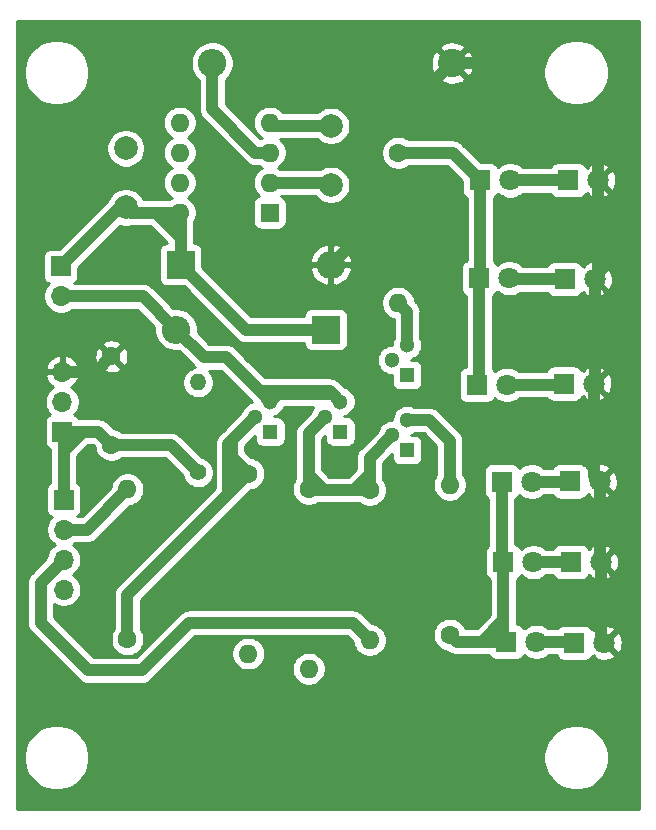
<source format=gbr>
%TF.GenerationSoftware,KiCad,Pcbnew,(5.1.10)-1*%
%TF.CreationDate,2021-11-22T13:12:16+02:00*%
%TF.ProjectId,25-station-led-alarm,32352d73-7461-4746-996f-6e2d6c65642d,rev?*%
%TF.SameCoordinates,Original*%
%TF.FileFunction,Copper,L2,Bot*%
%TF.FilePolarity,Positive*%
%FSLAX46Y46*%
G04 Gerber Fmt 4.6, Leading zero omitted, Abs format (unit mm)*
G04 Created by KiCad (PCBNEW (5.1.10)-1) date 2021-11-22 13:12:16*
%MOMM*%
%LPD*%
G01*
G04 APERTURE LIST*
%TA.AperFunction,ComponentPad*%
%ADD10C,1.600000*%
%TD*%
%TA.AperFunction,ComponentPad*%
%ADD11O,1.600000X1.600000*%
%TD*%
%TA.AperFunction,ComponentPad*%
%ADD12O,1.700000X1.700000*%
%TD*%
%TA.AperFunction,ComponentPad*%
%ADD13R,1.700000X1.700000*%
%TD*%
%TA.AperFunction,ComponentPad*%
%ADD14R,2.400000X2.400000*%
%TD*%
%TA.AperFunction,ComponentPad*%
%ADD15O,2.400000X2.400000*%
%TD*%
%TA.AperFunction,ComponentPad*%
%ADD16R,1.800000X1.800000*%
%TD*%
%TA.AperFunction,ComponentPad*%
%ADD17C,1.800000*%
%TD*%
%TA.AperFunction,ComponentPad*%
%ADD18C,2.000000*%
%TD*%
%TA.AperFunction,ComponentPad*%
%ADD19C,1.400000*%
%TD*%
%TA.AperFunction,ComponentPad*%
%ADD20O,1.400000X1.400000*%
%TD*%
%TA.AperFunction,ComponentPad*%
%ADD21C,2.400000*%
%TD*%
%TA.AperFunction,ComponentPad*%
%ADD22R,1.600000X1.600000*%
%TD*%
%TA.AperFunction,ComponentPad*%
%ADD23R,1.300000X1.300000*%
%TD*%
%TA.AperFunction,ComponentPad*%
%ADD24C,1.300000*%
%TD*%
%TA.AperFunction,Conductor*%
%ADD25C,1.000000*%
%TD*%
%TA.AperFunction,Conductor*%
%ADD26C,0.254000*%
%TD*%
%TA.AperFunction,Conductor*%
%ADD27C,0.100000*%
%TD*%
G04 APERTURE END LIST*
D10*
%TO.P,R4,1*%
%TO.N,Net-(Q1-Pad2)*%
X126507240Y-135346440D03*
D11*
%TO.P,R4,2*%
%TO.N,/P1*%
X126507240Y-148046440D03*
%TD*%
D12*
%TO.P,buzzer1,2*%
%TO.N,Net-(D13-Pad2)*%
X100355400Y-118948200D03*
D13*
%TO.P,buzzer1,1*%
%TO.N,+10V*%
X100355400Y-116408200D03*
%TD*%
%TO.P,J2,1*%
%TO.N,GND*%
X100467160Y-130421380D03*
D12*
%TO.P,J2,2*%
%TO.N,Net-(J2-Pad2)*%
X100467160Y-127881380D03*
%TO.P,J2,3*%
%TO.N,+5V*%
X100467160Y-125341380D03*
%TD*%
D13*
%TO.P,J1,1*%
%TO.N,GND*%
X100606860Y-136169400D03*
D12*
%TO.P,J1,2*%
%TO.N,/P2*%
X100606860Y-138709400D03*
%TO.P,J1,3*%
%TO.N,/P1*%
X100606860Y-141249400D03*
%TO.P,J1,4*%
%TO.N,Net-(J1-Pad4)*%
X100606860Y-143789400D03*
%TD*%
D14*
%TO.P,D13,1*%
%TO.N,+10V*%
X122809000Y-121767600D03*
D15*
%TO.P,D13,2*%
%TO.N,Net-(D13-Pad2)*%
X110109000Y-121767600D03*
%TD*%
D11*
%TO.P,R5,2*%
%TO.N,/P2*%
X106000000Y-135300000D03*
D10*
%TO.P,R5,1*%
%TO.N,Net-(Q2-Pad2)*%
X106000000Y-148000000D03*
%TD*%
%TO.P,R2,1*%
%TO.N,Net-(Q1-Pad2)*%
X121335800Y-135242300D03*
D11*
%TO.P,R2,2*%
%TO.N,GND*%
X121335800Y-150482300D03*
%TD*%
%TO.P,R7,2*%
%TO.N,GND*%
X116243100Y-149199600D03*
D10*
%TO.P,R7,1*%
%TO.N,Net-(Q2-Pad2)*%
X116243100Y-133959600D03*
%TD*%
%TO.P,C3,1*%
%TO.N,GND*%
X104648000Y-131546600D03*
%TO.P,C3,2*%
%TO.N,+5V*%
X104648000Y-124046600D03*
%TD*%
D16*
%TO.P,D1,1*%
%TO.N,Net-(D1-Pad1)*%
X143441420Y-134630160D03*
D17*
%TO.P,D1,2*%
%TO.N,+5V*%
X145981420Y-134630160D03*
%TD*%
D16*
%TO.P,D2,1*%
%TO.N,Net-(D10-Pad1)*%
X137690860Y-134635240D03*
D17*
%TO.P,D2,2*%
%TO.N,Net-(D1-Pad1)*%
X140230860Y-134635240D03*
%TD*%
%TO.P,D3,2*%
%TO.N,+5V*%
X146083020Y-141450060D03*
D16*
%TO.P,D3,1*%
%TO.N,Net-(D3-Pad1)*%
X143543020Y-141450060D03*
%TD*%
%TO.P,D4,1*%
%TO.N,Net-(D10-Pad2)*%
X143845280Y-148285200D03*
D17*
%TO.P,D4,2*%
%TO.N,+5V*%
X146385280Y-148285200D03*
%TD*%
%TO.P,D5,2*%
%TO.N,+5V*%
X145854469Y-109123161D03*
D16*
%TO.P,D5,1*%
%TO.N,Net-(D5-Pad1)*%
X143314469Y-109123161D03*
%TD*%
%TO.P,D6,1*%
%TO.N,Net-(D11-Pad2)*%
X142979140Y-126344680D03*
D17*
%TO.P,D6,2*%
%TO.N,+5V*%
X145519140Y-126344680D03*
%TD*%
%TO.P,D7,2*%
%TO.N,+5V*%
X145544540Y-117502940D03*
D16*
%TO.P,D7,1*%
%TO.N,Net-(D12-Pad2)*%
X143004540Y-117502940D03*
%TD*%
%TO.P,D8,1*%
%TO.N,Net-(D11-Pad1)*%
X135867140Y-109143800D03*
D17*
%TO.P,D8,2*%
%TO.N,Net-(D5-Pad1)*%
X138407140Y-109143800D03*
%TD*%
D16*
%TO.P,D9,1*%
%TO.N,Net-(D10-Pad1)*%
X137835640Y-141465300D03*
D17*
%TO.P,D9,2*%
%TO.N,Net-(D3-Pad1)*%
X140375640Y-141465300D03*
%TD*%
%TO.P,D10,2*%
%TO.N,Net-(D10-Pad2)*%
X140632180Y-148206460D03*
D16*
%TO.P,D10,1*%
%TO.N,Net-(D10-Pad1)*%
X138092180Y-148206460D03*
%TD*%
D17*
%TO.P,D11,2*%
%TO.N,Net-(D11-Pad2)*%
X138130280Y-126436120D03*
D16*
%TO.P,D11,1*%
%TO.N,Net-(D11-Pad1)*%
X135590280Y-126436120D03*
%TD*%
%TO.P,D12,1*%
%TO.N,Net-(D11-Pad1)*%
X135788400Y-117424200D03*
D17*
%TO.P,D12,2*%
%TO.N,Net-(D12-Pad2)*%
X138328400Y-117424200D03*
%TD*%
D10*
%TO.P,R3,1*%
%TO.N,Net-(D11-Pad1)*%
X128927860Y-106801920D03*
D11*
%TO.P,R3,2*%
%TO.N,Net-(Q2-Pad3)*%
X128927860Y-119501920D03*
%TD*%
%TO.P,R6,2*%
%TO.N,Net-(Q1-Pad3)*%
X133276340Y-134901940D03*
D10*
%TO.P,R6,1*%
%TO.N,Net-(D10-Pad1)*%
X133276340Y-147601940D03*
%TD*%
D18*
%TO.P,C1,1*%
%TO.N,+10V*%
X105854500Y-111429800D03*
%TO.P,C1,2*%
%TO.N,GND*%
X105854500Y-106429800D03*
%TD*%
%TO.P,C2,2*%
%TO.N,Net-(C2-Pad2)*%
X123240800Y-104524800D03*
%TO.P,C2,1*%
%TO.N,Net-(C2-Pad1)*%
X123240800Y-109524800D03*
%TD*%
D14*
%TO.P,D14,1*%
%TO.N,+10V*%
X110515400Y-116281200D03*
D15*
%TO.P,D14,2*%
%TO.N,+5V*%
X123215400Y-116281200D03*
%TD*%
D19*
%TO.P,R1,1*%
%TO.N,GND*%
X111975900Y-133870700D03*
D20*
%TO.P,R1,2*%
%TO.N,Net-(R1-Pad2)*%
X111975900Y-126250700D03*
%TD*%
D21*
%TO.P,R8,1*%
%TO.N,+5V*%
X133502400Y-99212400D03*
D15*
%TO.P,R8,2*%
%TO.N,Net-(R8-Pad2)*%
X113182400Y-99212400D03*
%TD*%
D22*
%TO.P,U1,1*%
%TO.N,Net-(U1-Pad1)*%
X118033800Y-111861600D03*
D11*
%TO.P,U1,5*%
%TO.N,GND*%
X110413800Y-104241600D03*
%TO.P,U1,2*%
%TO.N,Net-(C2-Pad1)*%
X118033800Y-109321600D03*
%TO.P,U1,6*%
%TO.N,Net-(R1-Pad2)*%
X110413800Y-106781600D03*
%TO.P,U1,3*%
%TO.N,Net-(R8-Pad2)*%
X118033800Y-106781600D03*
%TO.P,U1,7*%
%TO.N,Net-(U1-Pad7)*%
X110413800Y-109321600D03*
%TO.P,U1,4*%
%TO.N,Net-(C2-Pad2)*%
X118033800Y-104241600D03*
%TO.P,U1,8*%
%TO.N,+10V*%
X110413800Y-111861600D03*
%TD*%
D23*
%TO.P,Q1,1*%
%TO.N,GND*%
X129692400Y-131973320D03*
D24*
%TO.P,Q1,3*%
%TO.N,Net-(Q1-Pad3)*%
X129692400Y-129433320D03*
%TO.P,Q1,2*%
%TO.N,Net-(Q1-Pad2)*%
X128422400Y-130703320D03*
%TD*%
%TO.P,Q2,2*%
%TO.N,Net-(Q2-Pad2)*%
X128402080Y-124348240D03*
%TO.P,Q2,3*%
%TO.N,Net-(Q2-Pad3)*%
X129672080Y-123078240D03*
D23*
%TO.P,Q2,1*%
%TO.N,GND*%
X129672080Y-125618240D03*
%TD*%
D24*
%TO.P,Q3,2*%
%TO.N,Net-(Q2-Pad2)*%
X116834920Y-129148840D03*
%TO.P,Q3,3*%
%TO.N,Net-(D13-Pad2)*%
X118104920Y-127878840D03*
D23*
%TO.P,Q3,1*%
%TO.N,GND*%
X118104920Y-130418840D03*
%TD*%
%TO.P,Q4,1*%
%TO.N,GND*%
X124028200Y-130403600D03*
D24*
%TO.P,Q4,3*%
%TO.N,Net-(D13-Pad2)*%
X124028200Y-127863600D03*
%TO.P,Q4,2*%
%TO.N,Net-(Q1-Pad2)*%
X122758200Y-129133600D03*
%TD*%
D25*
%TO.N,Net-(D1-Pad1)*%
X143436340Y-134635240D02*
X143441420Y-134630160D01*
X140230860Y-134635240D02*
X143436340Y-134635240D01*
%TO.N,+5V*%
X145981420Y-141348460D02*
X146083020Y-141450060D01*
X145981420Y-134630160D02*
X145981420Y-141348460D01*
X146083020Y-147982940D02*
X146385280Y-148285200D01*
X146083020Y-141450060D02*
X146083020Y-147982940D01*
X145854469Y-117193011D02*
X145544540Y-117502940D01*
X145854469Y-109123161D02*
X145854469Y-117193011D01*
X146184669Y-148485811D02*
X146385280Y-148285200D01*
X145544540Y-126319280D02*
X145519140Y-126344680D01*
X145544540Y-117502940D02*
X145544540Y-126319280D01*
X103353220Y-125341380D02*
X104648000Y-124046600D01*
X100467160Y-125341380D02*
X103353220Y-125341380D01*
X145519140Y-134167880D02*
X145981420Y-134630160D01*
X145519140Y-126344680D02*
X145519140Y-134167880D01*
X145854469Y-107652869D02*
X145854469Y-109123161D01*
X137414000Y-99212400D02*
X145854469Y-107652869D01*
X133502400Y-99212400D02*
X137414000Y-99212400D01*
X126720600Y-105994200D02*
X133502400Y-99212400D01*
X126720600Y-112776000D02*
X126720600Y-105994200D01*
X123215400Y-116281200D02*
X126720600Y-112776000D01*
%TO.N,Net-(D10-Pad1)*%
X137690860Y-141320520D02*
X137835640Y-141465300D01*
X137690860Y-134635240D02*
X137690860Y-141320520D01*
X133880860Y-148206460D02*
X133276340Y-147601940D01*
X137835640Y-147949920D02*
X138092180Y-148206460D01*
X137835640Y-146395440D02*
X137835640Y-147949920D01*
X137835640Y-141465300D02*
X137835640Y-146395440D01*
X137581640Y-147695920D02*
X138092180Y-148206460D01*
X137581640Y-146649440D02*
X137581640Y-147695920D01*
X137581640Y-146649440D02*
X137835640Y-146395440D01*
X136933940Y-148206460D02*
X136933940Y-147297140D01*
X136933940Y-147297140D02*
X137581640Y-146649440D01*
X138092180Y-148206460D02*
X136933940Y-148206460D01*
X136933940Y-148206460D02*
X136306560Y-148206460D01*
X137581640Y-146931380D02*
X136306560Y-148206460D01*
X137581640Y-146649440D02*
X137581640Y-146931380D01*
X136024620Y-148206460D02*
X137835640Y-146395440D01*
X135442960Y-148206460D02*
X136024620Y-148206460D01*
X136306560Y-148206460D02*
X135442960Y-148206460D01*
X135442960Y-148206460D02*
X133880860Y-148206460D01*
%TO.N,Net-(D3-Pad1)*%
X140390880Y-141450060D02*
X140375640Y-141465300D01*
X143543020Y-141450060D02*
X140390880Y-141450060D01*
%TO.N,Net-(D10-Pad2)*%
X143766540Y-148206460D02*
X143845280Y-148285200D01*
X140632180Y-148206460D02*
X143766540Y-148206460D01*
%TO.N,Net-(D5-Pad1)*%
X143293830Y-109143800D02*
X143314469Y-109123161D01*
X138407140Y-109143800D02*
X143293830Y-109143800D01*
%TO.N,Net-(D11-Pad2)*%
X142887700Y-126436120D02*
X142979140Y-126344680D01*
X138130280Y-126436120D02*
X142887700Y-126436120D01*
%TO.N,Net-(D12-Pad2)*%
X138407140Y-117502940D02*
X138328400Y-117424200D01*
X143004540Y-117502940D02*
X138407140Y-117502940D01*
%TO.N,Net-(D11-Pad1)*%
X135867140Y-117345460D02*
X135788400Y-117424200D01*
X135867140Y-109143800D02*
X135867140Y-117345460D01*
X135788400Y-126238000D02*
X135590280Y-126436120D01*
X135788400Y-117424200D02*
X135788400Y-126238000D01*
X133525260Y-106801920D02*
X135867140Y-109143800D01*
X128927860Y-106801920D02*
X133525260Y-106801920D01*
%TO.N,Net-(Q1-Pad2)*%
X121335800Y-130556000D02*
X122758200Y-129133600D01*
X126507240Y-132618480D02*
X126507240Y-135346440D01*
X128422400Y-130703320D02*
X126507240Y-132618480D01*
X121439940Y-135346440D02*
X121335800Y-135242300D01*
X126507240Y-134020560D02*
X125181360Y-135346440D01*
X126507240Y-132618480D02*
X126507240Y-134020560D01*
X126507240Y-135346440D02*
X125181360Y-135346440D01*
X121376440Y-134091680D02*
X122631200Y-135346440D01*
X121335800Y-134091680D02*
X121376440Y-134091680D01*
X122631200Y-135346440D02*
X121439940Y-135346440D01*
X125181360Y-135346440D02*
X122631200Y-135346440D01*
X121335800Y-135242300D02*
X121335800Y-134091680D01*
X121335800Y-134091680D02*
X121335800Y-130556000D01*
%TO.N,GND*%
X103522780Y-130421380D02*
X104648000Y-131546600D01*
X109651800Y-131546600D02*
X111975900Y-133870700D01*
X104648000Y-131546600D02*
X109651800Y-131546600D01*
X100606860Y-130561080D02*
X100467160Y-130421380D01*
X123948199Y-130483601D02*
X124028200Y-130403600D01*
X118104920Y-130418840D02*
X118169681Y-130483601D01*
X100606860Y-132082540D02*
X100606860Y-132036820D01*
X102222300Y-130421380D02*
X103522780Y-130421380D01*
X100467160Y-130421380D02*
X102222300Y-130421380D01*
X100606860Y-136169400D02*
X100606860Y-132082540D01*
X100606860Y-132036820D02*
X102222300Y-130421380D01*
X100606860Y-132082540D02*
X100606860Y-130561080D01*
%TO.N,Net-(Q2-Pad2)*%
X106000000Y-148000000D02*
X106000000Y-144202700D01*
X114823240Y-131160520D02*
X116834920Y-129148840D01*
X114823240Y-132539740D02*
X114823240Y-131160520D01*
X114823240Y-134955280D02*
X115035330Y-135167370D01*
X114823240Y-132539740D02*
X114823240Y-134955280D01*
X115035330Y-135167370D02*
X116243100Y-133959600D01*
X115035330Y-134133590D02*
X115726210Y-133442710D01*
X115035330Y-135167370D02*
X115035330Y-134133590D01*
X115726210Y-133442710D02*
X114823240Y-132539740D01*
X116243100Y-133959600D02*
X115726210Y-133442710D01*
X114524790Y-131458970D02*
X114823240Y-131160520D01*
X114524790Y-135677910D02*
X114524790Y-131458970D01*
X106000000Y-144202700D02*
X114524790Y-135677910D01*
X114524790Y-135677910D02*
X115035330Y-135167370D01*
%TO.N,/P1*%
X98640900Y-146596100D02*
X98640900Y-143215360D01*
X107218480Y-150622000D02*
X102666800Y-150622000D01*
X98640900Y-143215360D02*
X100606860Y-141249400D01*
X111241840Y-146598640D02*
X107218480Y-150622000D01*
X102666800Y-150622000D02*
X98640900Y-146596100D01*
X125059440Y-146598640D02*
X111241840Y-146598640D01*
X126507240Y-148046440D02*
X125059440Y-146598640D01*
%TO.N,/P2*%
X102590600Y-138709400D02*
X106000000Y-135300000D01*
X100606860Y-138709400D02*
X102590600Y-138709400D01*
%TO.N,Net-(D13-Pad2)*%
X107289600Y-118948200D02*
X110109000Y-121767600D01*
X100355400Y-118948200D02*
X107289600Y-118948200D01*
X110109000Y-121767600D02*
X112471200Y-124129800D01*
X123393441Y-127228841D02*
X124028200Y-127863600D01*
X118754919Y-127228841D02*
X123393441Y-127228841D01*
X118104920Y-127878840D02*
X118754919Y-127228841D01*
X112471200Y-124129800D02*
X114355880Y-124129800D01*
X123123960Y-126959360D02*
X124028200Y-127863600D01*
X117185440Y-126959360D02*
X123123960Y-126959360D01*
X114355880Y-124129800D02*
X117185440Y-126959360D01*
X117185440Y-126959360D02*
X118104920Y-127878840D01*
%TO.N,+10V*%
X110515400Y-111963200D02*
X110413800Y-111861600D01*
X106286300Y-111861600D02*
X105854500Y-111429800D01*
X105333800Y-111429800D02*
X100355400Y-116408200D01*
X105854500Y-111429800D02*
X105333800Y-111429800D01*
X116001800Y-121767600D02*
X110515400Y-116281200D01*
X122809000Y-121767600D02*
X116001800Y-121767600D01*
X109702600Y-111861600D02*
X110515400Y-112674400D01*
X110515400Y-112674400D02*
X110515400Y-111963200D01*
X108394500Y-111861600D02*
X109702600Y-111861600D01*
X108394500Y-111861600D02*
X106286300Y-111861600D01*
X110515400Y-113207800D02*
X109169200Y-111861600D01*
X109169200Y-111861600D02*
X108394500Y-111861600D01*
X110515400Y-113576100D02*
X110515400Y-113207800D01*
X110413800Y-111861600D02*
X109169200Y-111861600D01*
X110515400Y-113576100D02*
X110515400Y-112674400D01*
X110515400Y-113982500D02*
X108394500Y-111861600D01*
X110515400Y-114439700D02*
X110515400Y-113982500D01*
X110515400Y-116281200D02*
X110515400Y-114439700D01*
X110515400Y-114439700D02*
X110515400Y-113576100D01*
%TO.N,Net-(C2-Pad2)*%
X118317000Y-104524800D02*
X118033800Y-104241600D01*
X123240800Y-104524800D02*
X118317000Y-104524800D01*
%TO.N,Net-(C2-Pad1)*%
X123037600Y-109321600D02*
X123240800Y-109524800D01*
X118033800Y-109321600D02*
X123037600Y-109321600D01*
%TO.N,Net-(R8-Pad2)*%
X116840000Y-106781600D02*
X118033800Y-106781600D01*
X113182400Y-103124000D02*
X116840000Y-106781600D01*
X113182400Y-99212400D02*
X113182400Y-103124000D01*
%TO.N,Net-(Q1-Pad3)*%
X133276340Y-131173220D02*
X133276340Y-134901940D01*
X131536440Y-129433320D02*
X133276340Y-131173220D01*
X129692400Y-129433320D02*
X131536440Y-129433320D01*
%TO.N,Net-(Q2-Pad3)*%
X129672080Y-120246140D02*
X128927860Y-119501920D01*
X129672080Y-123078240D02*
X129672080Y-120246140D01*
%TD*%
D26*
%TO.N,+5V*%
X149340001Y-162340000D02*
X96660000Y-162340000D01*
X96660000Y-157725701D01*
X97215000Y-157725701D01*
X97215000Y-158274299D01*
X97322026Y-158812354D01*
X97531965Y-159319192D01*
X97836750Y-159775334D01*
X98224666Y-160163250D01*
X98680808Y-160468035D01*
X99187646Y-160677974D01*
X99725701Y-160785000D01*
X100274299Y-160785000D01*
X100812354Y-160677974D01*
X101319192Y-160468035D01*
X101775334Y-160163250D01*
X102163250Y-159775334D01*
X102468035Y-159319192D01*
X102677974Y-158812354D01*
X102785000Y-158274299D01*
X102785000Y-157725701D01*
X141215000Y-157725701D01*
X141215000Y-158274299D01*
X141322026Y-158812354D01*
X141531965Y-159319192D01*
X141836750Y-159775334D01*
X142224666Y-160163250D01*
X142680808Y-160468035D01*
X143187646Y-160677974D01*
X143725701Y-160785000D01*
X144274299Y-160785000D01*
X144812354Y-160677974D01*
X145319192Y-160468035D01*
X145775334Y-160163250D01*
X146163250Y-159775334D01*
X146468035Y-159319192D01*
X146677974Y-158812354D01*
X146785000Y-158274299D01*
X146785000Y-157725701D01*
X146677974Y-157187646D01*
X146468035Y-156680808D01*
X146163250Y-156224666D01*
X145775334Y-155836750D01*
X145319192Y-155531965D01*
X144812354Y-155322026D01*
X144274299Y-155215000D01*
X143725701Y-155215000D01*
X143187646Y-155322026D01*
X142680808Y-155531965D01*
X142224666Y-155836750D01*
X141836750Y-156224666D01*
X141531965Y-156680808D01*
X141322026Y-157187646D01*
X141215000Y-157725701D01*
X102785000Y-157725701D01*
X102677974Y-157187646D01*
X102468035Y-156680808D01*
X102163250Y-156224666D01*
X101775334Y-155836750D01*
X101319192Y-155531965D01*
X100812354Y-155322026D01*
X100274299Y-155215000D01*
X99725701Y-155215000D01*
X99187646Y-155322026D01*
X98680808Y-155531965D01*
X98224666Y-155836750D01*
X97836750Y-156224666D01*
X97531965Y-156680808D01*
X97322026Y-157187646D01*
X97215000Y-157725701D01*
X96660000Y-157725701D01*
X96660000Y-143215360D01*
X97500409Y-143215360D01*
X97505901Y-143271121D01*
X97505900Y-146540348D01*
X97500409Y-146596100D01*
X97505900Y-146651851D01*
X97522323Y-146818598D01*
X97587224Y-147032546D01*
X97692616Y-147229723D01*
X97834451Y-147402549D01*
X97877765Y-147438096D01*
X101824809Y-151385141D01*
X101860351Y-151428449D01*
X102033177Y-151570284D01*
X102230353Y-151675676D01*
X102444301Y-151740577D01*
X102611048Y-151757000D01*
X102611057Y-151757000D01*
X102666799Y-151762490D01*
X102722541Y-151757000D01*
X107162729Y-151757000D01*
X107218480Y-151762491D01*
X107274231Y-151757000D01*
X107274232Y-151757000D01*
X107440979Y-151740577D01*
X107654927Y-151675676D01*
X107852103Y-151570284D01*
X108024929Y-151428449D01*
X108060476Y-151385135D01*
X110387346Y-149058265D01*
X114808100Y-149058265D01*
X114808100Y-149340935D01*
X114863247Y-149618174D01*
X114971420Y-149879327D01*
X115128463Y-150114359D01*
X115328341Y-150314237D01*
X115563373Y-150471280D01*
X115824526Y-150579453D01*
X116101765Y-150634600D01*
X116384435Y-150634600D01*
X116661674Y-150579453D01*
X116922827Y-150471280D01*
X117117857Y-150340965D01*
X119900800Y-150340965D01*
X119900800Y-150623635D01*
X119955947Y-150900874D01*
X120064120Y-151162027D01*
X120221163Y-151397059D01*
X120421041Y-151596937D01*
X120656073Y-151753980D01*
X120917226Y-151862153D01*
X121194465Y-151917300D01*
X121477135Y-151917300D01*
X121754374Y-151862153D01*
X122015527Y-151753980D01*
X122250559Y-151596937D01*
X122450437Y-151397059D01*
X122607480Y-151162027D01*
X122715653Y-150900874D01*
X122770800Y-150623635D01*
X122770800Y-150340965D01*
X122715653Y-150063726D01*
X122607480Y-149802573D01*
X122450437Y-149567541D01*
X122250559Y-149367663D01*
X122015527Y-149210620D01*
X121754374Y-149102447D01*
X121477135Y-149047300D01*
X121194465Y-149047300D01*
X120917226Y-149102447D01*
X120656073Y-149210620D01*
X120421041Y-149367663D01*
X120221163Y-149567541D01*
X120064120Y-149802573D01*
X119955947Y-150063726D01*
X119900800Y-150340965D01*
X117117857Y-150340965D01*
X117157859Y-150314237D01*
X117357737Y-150114359D01*
X117514780Y-149879327D01*
X117622953Y-149618174D01*
X117678100Y-149340935D01*
X117678100Y-149058265D01*
X117622953Y-148781026D01*
X117514780Y-148519873D01*
X117357737Y-148284841D01*
X117157859Y-148084963D01*
X116922827Y-147927920D01*
X116661674Y-147819747D01*
X116384435Y-147764600D01*
X116101765Y-147764600D01*
X115824526Y-147819747D01*
X115563373Y-147927920D01*
X115328341Y-148084963D01*
X115128463Y-148284841D01*
X114971420Y-148519873D01*
X114863247Y-148781026D01*
X114808100Y-149058265D01*
X110387346Y-149058265D01*
X111711972Y-147733640D01*
X124589309Y-147733640D01*
X125079390Y-148223722D01*
X125127387Y-148465014D01*
X125235560Y-148726167D01*
X125392603Y-148961199D01*
X125592481Y-149161077D01*
X125827513Y-149318120D01*
X126088666Y-149426293D01*
X126365905Y-149481440D01*
X126648575Y-149481440D01*
X126925814Y-149426293D01*
X127186967Y-149318120D01*
X127421999Y-149161077D01*
X127621877Y-148961199D01*
X127778920Y-148726167D01*
X127887093Y-148465014D01*
X127942240Y-148187775D01*
X127942240Y-147905105D01*
X127887093Y-147627866D01*
X127817812Y-147460605D01*
X131841340Y-147460605D01*
X131841340Y-147743275D01*
X131896487Y-148020514D01*
X132004660Y-148281667D01*
X132161703Y-148516699D01*
X132361581Y-148716577D01*
X132596613Y-148873620D01*
X132857766Y-148981793D01*
X133093675Y-149028719D01*
X133247237Y-149154744D01*
X133444413Y-149260136D01*
X133658361Y-149325037D01*
X133825108Y-149341460D01*
X133825117Y-149341460D01*
X133880859Y-149346950D01*
X133936601Y-149341460D01*
X135968869Y-149341460D01*
X136024620Y-149346951D01*
X136080371Y-149341460D01*
X136250809Y-149341460D01*
X136306560Y-149346951D01*
X136362311Y-149341460D01*
X136599893Y-149341460D01*
X136602678Y-149350640D01*
X136661643Y-149460954D01*
X136740995Y-149557645D01*
X136837686Y-149636997D01*
X136948000Y-149695962D01*
X137067698Y-149732272D01*
X137192180Y-149744532D01*
X138992180Y-149744532D01*
X139116662Y-149732272D01*
X139236360Y-149695962D01*
X139346674Y-149636997D01*
X139443365Y-149557645D01*
X139522717Y-149460954D01*
X139581682Y-149350640D01*
X139587236Y-149332333D01*
X139653675Y-149398772D01*
X139905085Y-149566759D01*
X140184437Y-149682471D01*
X140480996Y-149741460D01*
X140783364Y-149741460D01*
X141079923Y-149682471D01*
X141359275Y-149566759D01*
X141610685Y-149398772D01*
X141667997Y-149341460D01*
X142329108Y-149341460D01*
X142355778Y-149429380D01*
X142414743Y-149539694D01*
X142494095Y-149636385D01*
X142590786Y-149715737D01*
X142701100Y-149774702D01*
X142820798Y-149811012D01*
X142945280Y-149823272D01*
X144745280Y-149823272D01*
X144869762Y-149811012D01*
X144989460Y-149774702D01*
X145099774Y-149715737D01*
X145196465Y-149636385D01*
X145275817Y-149539694D01*
X145334782Y-149429380D01*
X145338093Y-149418465D01*
X145384858Y-149465230D01*
X145500806Y-149349282D01*
X145584488Y-149603461D01*
X145857055Y-149734358D01*
X146149922Y-149809565D01*
X146451833Y-149826191D01*
X146751187Y-149783597D01*
X147036479Y-149683422D01*
X147186072Y-149603461D01*
X147269755Y-149349280D01*
X146385280Y-148464805D01*
X146371138Y-148478948D01*
X146191533Y-148299343D01*
X146205675Y-148285200D01*
X146564885Y-148285200D01*
X147449360Y-149169675D01*
X147703541Y-149085992D01*
X147834438Y-148813425D01*
X147909645Y-148520558D01*
X147926271Y-148218647D01*
X147883677Y-147919293D01*
X147783502Y-147634001D01*
X147703541Y-147484408D01*
X147449360Y-147400725D01*
X146564885Y-148285200D01*
X146205675Y-148285200D01*
X146191533Y-148271058D01*
X146371138Y-148091453D01*
X146385280Y-148105595D01*
X147269755Y-147221120D01*
X147186072Y-146966939D01*
X146913505Y-146836042D01*
X146620638Y-146760835D01*
X146318727Y-146744209D01*
X146019373Y-146786803D01*
X145734081Y-146886978D01*
X145584488Y-146966939D01*
X145500806Y-147221118D01*
X145384858Y-147105170D01*
X145338093Y-147151935D01*
X145334782Y-147141020D01*
X145275817Y-147030706D01*
X145196465Y-146934015D01*
X145099774Y-146854663D01*
X144989460Y-146795698D01*
X144869762Y-146759388D01*
X144745280Y-146747128D01*
X142945280Y-146747128D01*
X142820798Y-146759388D01*
X142701100Y-146795698D01*
X142590786Y-146854663D01*
X142494095Y-146934015D01*
X142414743Y-147030706D01*
X142392959Y-147071460D01*
X141667997Y-147071460D01*
X141610685Y-147014148D01*
X141359275Y-146846161D01*
X141079923Y-146730449D01*
X140783364Y-146671460D01*
X140480996Y-146671460D01*
X140184437Y-146730449D01*
X139905085Y-146846161D01*
X139653675Y-147014148D01*
X139587236Y-147080587D01*
X139581682Y-147062280D01*
X139522717Y-146951966D01*
X139443365Y-146855275D01*
X139346674Y-146775923D01*
X139236360Y-146716958D01*
X139116662Y-146680648D01*
X138992180Y-146668388D01*
X138970640Y-146668388D01*
X138970640Y-146451192D01*
X138976131Y-146395441D01*
X138970640Y-146339688D01*
X138970640Y-142957587D01*
X138979820Y-142954802D01*
X139090134Y-142895837D01*
X139186825Y-142816485D01*
X139266177Y-142719794D01*
X139325142Y-142609480D01*
X139330696Y-142591173D01*
X139397135Y-142657612D01*
X139648545Y-142825599D01*
X139927897Y-142941311D01*
X140224456Y-143000300D01*
X140526824Y-143000300D01*
X140823383Y-142941311D01*
X141102735Y-142825599D01*
X141354145Y-142657612D01*
X141426697Y-142585060D01*
X142050733Y-142585060D01*
X142053518Y-142594240D01*
X142112483Y-142704554D01*
X142191835Y-142801245D01*
X142288526Y-142880597D01*
X142398840Y-142939562D01*
X142518538Y-142975872D01*
X142643020Y-142988132D01*
X144443020Y-142988132D01*
X144567502Y-142975872D01*
X144687200Y-142939562D01*
X144797514Y-142880597D01*
X144894205Y-142801245D01*
X144973557Y-142704554D01*
X145032522Y-142594240D01*
X145035833Y-142583325D01*
X145082598Y-142630090D01*
X145198546Y-142514142D01*
X145282228Y-142768321D01*
X145554795Y-142899218D01*
X145847662Y-142974425D01*
X146149573Y-142991051D01*
X146448927Y-142948457D01*
X146734219Y-142848282D01*
X146883812Y-142768321D01*
X146967495Y-142514140D01*
X146083020Y-141629665D01*
X146068878Y-141643808D01*
X145889273Y-141464203D01*
X145903415Y-141450060D01*
X146262625Y-141450060D01*
X147147100Y-142334535D01*
X147401281Y-142250852D01*
X147532178Y-141978285D01*
X147607385Y-141685418D01*
X147624011Y-141383507D01*
X147581417Y-141084153D01*
X147481242Y-140798861D01*
X147401281Y-140649268D01*
X147147100Y-140565585D01*
X146262625Y-141450060D01*
X145903415Y-141450060D01*
X145889273Y-141435918D01*
X146068878Y-141256313D01*
X146083020Y-141270455D01*
X146967495Y-140385980D01*
X146883812Y-140131799D01*
X146611245Y-140000902D01*
X146318378Y-139925695D01*
X146016467Y-139909069D01*
X145717113Y-139951663D01*
X145431821Y-140051838D01*
X145282228Y-140131799D01*
X145198546Y-140385978D01*
X145082598Y-140270030D01*
X145035833Y-140316795D01*
X145032522Y-140305880D01*
X144973557Y-140195566D01*
X144894205Y-140098875D01*
X144797514Y-140019523D01*
X144687200Y-139960558D01*
X144567502Y-139924248D01*
X144443020Y-139911988D01*
X142643020Y-139911988D01*
X142518538Y-139924248D01*
X142398840Y-139960558D01*
X142288526Y-140019523D01*
X142191835Y-140098875D01*
X142112483Y-140195566D01*
X142053518Y-140305880D01*
X142050733Y-140315060D01*
X141396217Y-140315060D01*
X141354145Y-140272988D01*
X141102735Y-140105001D01*
X140823383Y-139989289D01*
X140526824Y-139930300D01*
X140224456Y-139930300D01*
X139927897Y-139989289D01*
X139648545Y-140105001D01*
X139397135Y-140272988D01*
X139330696Y-140339427D01*
X139325142Y-140321120D01*
X139266177Y-140210806D01*
X139186825Y-140114115D01*
X139090134Y-140034763D01*
X138979820Y-139975798D01*
X138860122Y-139939488D01*
X138825860Y-139936114D01*
X138825860Y-136127527D01*
X138835040Y-136124742D01*
X138945354Y-136065777D01*
X139042045Y-135986425D01*
X139121397Y-135889734D01*
X139180362Y-135779420D01*
X139185916Y-135761113D01*
X139252355Y-135827552D01*
X139503765Y-135995539D01*
X139783117Y-136111251D01*
X140079676Y-136170240D01*
X140382044Y-136170240D01*
X140678603Y-136111251D01*
X140957955Y-135995539D01*
X141209365Y-135827552D01*
X141266677Y-135770240D01*
X141950674Y-135770240D01*
X141951918Y-135774340D01*
X142010883Y-135884654D01*
X142090235Y-135981345D01*
X142186926Y-136060697D01*
X142297240Y-136119662D01*
X142416938Y-136155972D01*
X142541420Y-136168232D01*
X144341420Y-136168232D01*
X144465902Y-136155972D01*
X144585600Y-136119662D01*
X144695914Y-136060697D01*
X144792605Y-135981345D01*
X144871957Y-135884654D01*
X144930922Y-135774340D01*
X144934233Y-135763425D01*
X144980998Y-135810190D01*
X145096946Y-135694242D01*
X145180628Y-135948421D01*
X145453195Y-136079318D01*
X145746062Y-136154525D01*
X146047973Y-136171151D01*
X146347327Y-136128557D01*
X146632619Y-136028382D01*
X146782212Y-135948421D01*
X146865895Y-135694240D01*
X145981420Y-134809765D01*
X145967278Y-134823908D01*
X145787673Y-134644303D01*
X145801815Y-134630160D01*
X146161025Y-134630160D01*
X147045500Y-135514635D01*
X147299681Y-135430952D01*
X147430578Y-135158385D01*
X147505785Y-134865518D01*
X147522411Y-134563607D01*
X147479817Y-134264253D01*
X147379642Y-133978961D01*
X147299681Y-133829368D01*
X147045500Y-133745685D01*
X146161025Y-134630160D01*
X145801815Y-134630160D01*
X145787673Y-134616018D01*
X145967278Y-134436413D01*
X145981420Y-134450555D01*
X146865895Y-133566080D01*
X146782212Y-133311899D01*
X146509645Y-133181002D01*
X146216778Y-133105795D01*
X145914867Y-133089169D01*
X145615513Y-133131763D01*
X145330221Y-133231938D01*
X145180628Y-133311899D01*
X145096946Y-133566078D01*
X144980998Y-133450130D01*
X144934233Y-133496895D01*
X144930922Y-133485980D01*
X144871957Y-133375666D01*
X144792605Y-133278975D01*
X144695914Y-133199623D01*
X144585600Y-133140658D01*
X144465902Y-133104348D01*
X144341420Y-133092088D01*
X142541420Y-133092088D01*
X142416938Y-133104348D01*
X142297240Y-133140658D01*
X142186926Y-133199623D01*
X142090235Y-133278975D01*
X142010883Y-133375666D01*
X141951918Y-133485980D01*
X141947592Y-133500240D01*
X141266677Y-133500240D01*
X141209365Y-133442928D01*
X140957955Y-133274941D01*
X140678603Y-133159229D01*
X140382044Y-133100240D01*
X140079676Y-133100240D01*
X139783117Y-133159229D01*
X139503765Y-133274941D01*
X139252355Y-133442928D01*
X139185916Y-133509367D01*
X139180362Y-133491060D01*
X139121397Y-133380746D01*
X139042045Y-133284055D01*
X138945354Y-133204703D01*
X138835040Y-133145738D01*
X138715342Y-133109428D01*
X138590860Y-133097168D01*
X136790860Y-133097168D01*
X136666378Y-133109428D01*
X136546680Y-133145738D01*
X136436366Y-133204703D01*
X136339675Y-133284055D01*
X136260323Y-133380746D01*
X136201358Y-133491060D01*
X136165048Y-133610758D01*
X136152788Y-133735240D01*
X136152788Y-135535240D01*
X136165048Y-135659722D01*
X136201358Y-135779420D01*
X136260323Y-135889734D01*
X136339675Y-135986425D01*
X136436366Y-136065777D01*
X136546680Y-136124742D01*
X136555860Y-136127527D01*
X136555861Y-140055514D01*
X136484455Y-140114115D01*
X136405103Y-140210806D01*
X136346138Y-140321120D01*
X136309828Y-140440818D01*
X136297568Y-140565300D01*
X136297568Y-142365300D01*
X136309828Y-142489782D01*
X136346138Y-142609480D01*
X136405103Y-142719794D01*
X136484455Y-142816485D01*
X136581146Y-142895837D01*
X136691460Y-142954802D01*
X136700640Y-142957587D01*
X136700641Y-145925307D01*
X136170797Y-146455151D01*
X136127492Y-146490691D01*
X136091952Y-146533997D01*
X135554489Y-147071460D01*
X134609840Y-147071460D01*
X134548020Y-146922213D01*
X134390977Y-146687181D01*
X134191099Y-146487303D01*
X133956067Y-146330260D01*
X133694914Y-146222087D01*
X133417675Y-146166940D01*
X133135005Y-146166940D01*
X132857766Y-146222087D01*
X132596613Y-146330260D01*
X132361581Y-146487303D01*
X132161703Y-146687181D01*
X132004660Y-146922213D01*
X131896487Y-147183366D01*
X131841340Y-147460605D01*
X127817812Y-147460605D01*
X127778920Y-147366713D01*
X127621877Y-147131681D01*
X127421999Y-146931803D01*
X127186967Y-146774760D01*
X126925814Y-146666587D01*
X126684522Y-146618590D01*
X125901436Y-145835505D01*
X125865889Y-145792191D01*
X125693063Y-145650356D01*
X125495887Y-145544964D01*
X125281939Y-145480063D01*
X125115192Y-145463640D01*
X125115191Y-145463640D01*
X125059440Y-145458149D01*
X125003689Y-145463640D01*
X111297581Y-145463640D01*
X111241839Y-145458150D01*
X111186097Y-145463640D01*
X111186088Y-145463640D01*
X111019341Y-145480063D01*
X110805393Y-145544964D01*
X110608217Y-145650356D01*
X110435391Y-145792191D01*
X110399849Y-145835499D01*
X106748349Y-149487000D01*
X103136932Y-149487000D01*
X99775900Y-146125969D01*
X99775900Y-145020165D01*
X99903449Y-145105390D01*
X100173702Y-145217332D01*
X100460600Y-145274400D01*
X100753120Y-145274400D01*
X101040018Y-145217332D01*
X101310271Y-145105390D01*
X101553492Y-144942875D01*
X101760335Y-144736032D01*
X101922850Y-144492811D01*
X102034792Y-144222558D01*
X102091860Y-143935660D01*
X102091860Y-143643140D01*
X102034792Y-143356242D01*
X101922850Y-143085989D01*
X101760335Y-142842768D01*
X101553492Y-142635925D01*
X101379100Y-142519400D01*
X101553492Y-142402875D01*
X101760335Y-142196032D01*
X101922850Y-141952811D01*
X102034792Y-141682558D01*
X102091860Y-141395660D01*
X102091860Y-141103140D01*
X102034792Y-140816242D01*
X101922850Y-140545989D01*
X101760335Y-140302768D01*
X101553492Y-140095925D01*
X101379100Y-139979400D01*
X101553492Y-139862875D01*
X101571967Y-139844400D01*
X102534849Y-139844400D01*
X102590600Y-139849891D01*
X102646351Y-139844400D01*
X102646352Y-139844400D01*
X102813099Y-139827977D01*
X103027047Y-139763076D01*
X103224223Y-139657684D01*
X103397049Y-139515849D01*
X103432596Y-139472535D01*
X106177283Y-136727849D01*
X106418574Y-136679853D01*
X106679727Y-136571680D01*
X106914759Y-136414637D01*
X107114637Y-136214759D01*
X107271680Y-135979727D01*
X107379853Y-135718574D01*
X107435000Y-135441335D01*
X107435000Y-135158665D01*
X107379853Y-134881426D01*
X107271680Y-134620273D01*
X107114637Y-134385241D01*
X106914759Y-134185363D01*
X106679727Y-134028320D01*
X106418574Y-133920147D01*
X106141335Y-133865000D01*
X105858665Y-133865000D01*
X105581426Y-133920147D01*
X105320273Y-134028320D01*
X105085241Y-134185363D01*
X104885363Y-134385241D01*
X104728320Y-134620273D01*
X104620147Y-134881426D01*
X104572151Y-135122717D01*
X102120469Y-137574400D01*
X101765588Y-137574400D01*
X101811354Y-137549937D01*
X101908045Y-137470585D01*
X101987397Y-137373894D01*
X102046362Y-137263580D01*
X102082672Y-137143882D01*
X102094932Y-137019400D01*
X102094932Y-135319400D01*
X102082672Y-135194918D01*
X102046362Y-135075220D01*
X101987397Y-134964906D01*
X101908045Y-134868215D01*
X101811354Y-134788863D01*
X101741860Y-134751717D01*
X101741860Y-132506951D01*
X102692432Y-131556380D01*
X103052649Y-131556380D01*
X103220150Y-131723882D01*
X103268147Y-131965174D01*
X103376320Y-132226327D01*
X103533363Y-132461359D01*
X103733241Y-132661237D01*
X103968273Y-132818280D01*
X104229426Y-132926453D01*
X104506665Y-132981600D01*
X104789335Y-132981600D01*
X105066574Y-132926453D01*
X105327727Y-132818280D01*
X105532284Y-132681600D01*
X109181669Y-132681600D01*
X110675327Y-134175259D01*
X110692204Y-134260105D01*
X110792839Y-134503059D01*
X110938938Y-134721713D01*
X111124887Y-134907662D01*
X111343541Y-135053761D01*
X111586495Y-135154396D01*
X111844414Y-135205700D01*
X112107386Y-135205700D01*
X112365305Y-135154396D01*
X112608259Y-135053761D01*
X112826913Y-134907662D01*
X113012862Y-134721713D01*
X113158961Y-134503059D01*
X113259596Y-134260105D01*
X113310900Y-134002186D01*
X113310900Y-133739214D01*
X113259596Y-133481295D01*
X113158961Y-133238341D01*
X113012862Y-133019687D01*
X112826913Y-132833738D01*
X112608259Y-132687639D01*
X112365305Y-132587004D01*
X112280459Y-132570127D01*
X110493796Y-130783465D01*
X110458249Y-130740151D01*
X110285423Y-130598316D01*
X110088247Y-130492924D01*
X109874299Y-130428023D01*
X109707552Y-130411600D01*
X109707551Y-130411600D01*
X109651800Y-130406109D01*
X109596049Y-130411600D01*
X105532284Y-130411600D01*
X105327727Y-130274920D01*
X105066574Y-130166747D01*
X104825282Y-130118750D01*
X104364776Y-129658244D01*
X104329229Y-129614931D01*
X104156403Y-129473096D01*
X103959227Y-129367704D01*
X103745279Y-129302803D01*
X103578532Y-129286380D01*
X103578531Y-129286380D01*
X103522780Y-129280889D01*
X103467029Y-129286380D01*
X102278051Y-129286380D01*
X102222299Y-129280889D01*
X102166547Y-129286380D01*
X101884843Y-129286380D01*
X101847697Y-129216886D01*
X101768345Y-129120195D01*
X101671654Y-129040843D01*
X101561340Y-128981878D01*
X101488780Y-128959867D01*
X101620635Y-128828012D01*
X101783150Y-128584791D01*
X101895092Y-128314538D01*
X101952160Y-128027640D01*
X101952160Y-127735120D01*
X101895092Y-127448222D01*
X101783150Y-127177969D01*
X101620635Y-126934748D01*
X101413792Y-126727905D01*
X101231626Y-126606185D01*
X101348515Y-126536558D01*
X101564748Y-126341649D01*
X101738801Y-126108300D01*
X101863985Y-125845479D01*
X101908636Y-125698270D01*
X101787315Y-125468380D01*
X100594160Y-125468380D01*
X100594160Y-125488380D01*
X100340160Y-125488380D01*
X100340160Y-125468380D01*
X99147005Y-125468380D01*
X99025684Y-125698270D01*
X99070335Y-125845479D01*
X99195519Y-126108300D01*
X99369572Y-126341649D01*
X99585805Y-126536558D01*
X99702694Y-126606185D01*
X99520528Y-126727905D01*
X99313685Y-126934748D01*
X99151170Y-127177969D01*
X99039228Y-127448222D01*
X98982160Y-127735120D01*
X98982160Y-128027640D01*
X99039228Y-128314538D01*
X99151170Y-128584791D01*
X99313685Y-128828012D01*
X99445540Y-128959867D01*
X99372980Y-128981878D01*
X99262666Y-129040843D01*
X99165975Y-129120195D01*
X99086623Y-129216886D01*
X99027658Y-129327200D01*
X98991348Y-129446898D01*
X98979088Y-129571380D01*
X98979088Y-131271380D01*
X98991348Y-131395862D01*
X99027658Y-131515560D01*
X99086623Y-131625874D01*
X99165975Y-131722565D01*
X99262666Y-131801917D01*
X99372980Y-131860882D01*
X99471860Y-131890877D01*
X99471860Y-131981068D01*
X99466369Y-132036820D01*
X99471860Y-132092571D01*
X99471860Y-132138291D01*
X99471861Y-132138301D01*
X99471860Y-134751717D01*
X99402366Y-134788863D01*
X99305675Y-134868215D01*
X99226323Y-134964906D01*
X99167358Y-135075220D01*
X99131048Y-135194918D01*
X99118788Y-135319400D01*
X99118788Y-137019400D01*
X99131048Y-137143882D01*
X99167358Y-137263580D01*
X99226323Y-137373894D01*
X99305675Y-137470585D01*
X99402366Y-137549937D01*
X99512680Y-137608902D01*
X99585240Y-137630913D01*
X99453385Y-137762768D01*
X99290870Y-138005989D01*
X99178928Y-138276242D01*
X99121860Y-138563140D01*
X99121860Y-138855660D01*
X99178928Y-139142558D01*
X99290870Y-139412811D01*
X99453385Y-139656032D01*
X99660228Y-139862875D01*
X99834620Y-139979400D01*
X99660228Y-140095925D01*
X99453385Y-140302768D01*
X99290870Y-140545989D01*
X99178928Y-140816242D01*
X99121860Y-141103140D01*
X99121860Y-141129268D01*
X97877760Y-142373369D01*
X97834452Y-142408911D01*
X97692617Y-142581737D01*
X97663653Y-142635925D01*
X97587224Y-142778914D01*
X97522323Y-142992862D01*
X97500409Y-143215360D01*
X96660000Y-143215360D01*
X96660000Y-124984490D01*
X99025684Y-124984490D01*
X99147005Y-125214380D01*
X100340160Y-125214380D01*
X100340160Y-124020566D01*
X100594160Y-124020566D01*
X100594160Y-125214380D01*
X101787315Y-125214380D01*
X101879709Y-125039302D01*
X103834903Y-125039302D01*
X103906486Y-125283271D01*
X104161996Y-125404171D01*
X104436184Y-125472900D01*
X104718512Y-125486817D01*
X104998130Y-125445387D01*
X105264292Y-125350203D01*
X105389514Y-125283271D01*
X105461097Y-125039302D01*
X104648000Y-124226205D01*
X103834903Y-125039302D01*
X101879709Y-125039302D01*
X101908636Y-124984490D01*
X101863985Y-124837281D01*
X101738801Y-124574460D01*
X101564748Y-124341111D01*
X101348515Y-124146202D01*
X101299680Y-124117112D01*
X103207783Y-124117112D01*
X103249213Y-124396730D01*
X103344397Y-124662892D01*
X103411329Y-124788114D01*
X103655298Y-124859697D01*
X104468395Y-124046600D01*
X104827605Y-124046600D01*
X105640702Y-124859697D01*
X105884671Y-124788114D01*
X106005571Y-124532604D01*
X106074300Y-124258416D01*
X106088217Y-123976088D01*
X106046787Y-123696470D01*
X105951603Y-123430308D01*
X105884671Y-123305086D01*
X105640702Y-123233503D01*
X104827605Y-124046600D01*
X104468395Y-124046600D01*
X103655298Y-123233503D01*
X103411329Y-123305086D01*
X103290429Y-123560596D01*
X103221700Y-123834784D01*
X103207783Y-124117112D01*
X101299680Y-124117112D01*
X101098412Y-123997223D01*
X100824051Y-123899899D01*
X100594160Y-124020566D01*
X100340160Y-124020566D01*
X100110269Y-123899899D01*
X99835908Y-123997223D01*
X99585805Y-124146202D01*
X99369572Y-124341111D01*
X99195519Y-124574460D01*
X99070335Y-124837281D01*
X99025684Y-124984490D01*
X96660000Y-124984490D01*
X96660000Y-123053898D01*
X103834903Y-123053898D01*
X104648000Y-123866995D01*
X105461097Y-123053898D01*
X105389514Y-122809929D01*
X105134004Y-122689029D01*
X104859816Y-122620300D01*
X104577488Y-122606383D01*
X104297870Y-122647813D01*
X104031708Y-122742997D01*
X103906486Y-122809929D01*
X103834903Y-123053898D01*
X96660000Y-123053898D01*
X96660000Y-115558200D01*
X98867328Y-115558200D01*
X98867328Y-117258200D01*
X98879588Y-117382682D01*
X98915898Y-117502380D01*
X98974863Y-117612694D01*
X99054215Y-117709385D01*
X99150906Y-117788737D01*
X99261220Y-117847702D01*
X99333780Y-117869713D01*
X99201925Y-118001568D01*
X99039410Y-118244789D01*
X98927468Y-118515042D01*
X98870400Y-118801940D01*
X98870400Y-119094460D01*
X98927468Y-119381358D01*
X99039410Y-119651611D01*
X99201925Y-119894832D01*
X99408768Y-120101675D01*
X99651989Y-120264190D01*
X99922242Y-120376132D01*
X100209140Y-120433200D01*
X100501660Y-120433200D01*
X100788558Y-120376132D01*
X101058811Y-120264190D01*
X101302032Y-120101675D01*
X101320507Y-120083200D01*
X106819469Y-120083200D01*
X108282152Y-121545884D01*
X108274000Y-121586868D01*
X108274000Y-121948332D01*
X108344518Y-122302850D01*
X108482844Y-122636799D01*
X108683662Y-122937344D01*
X108939256Y-123192938D01*
X109239801Y-123393756D01*
X109573750Y-123532082D01*
X109928268Y-123602600D01*
X110289732Y-123602600D01*
X110330716Y-123594448D01*
X111629209Y-124892941D01*
X111664751Y-124936249D01*
X111679648Y-124948475D01*
X111586495Y-124967004D01*
X111343541Y-125067639D01*
X111124887Y-125213738D01*
X110938938Y-125399687D01*
X110792839Y-125618341D01*
X110692204Y-125861295D01*
X110640900Y-126119214D01*
X110640900Y-126382186D01*
X110692204Y-126640105D01*
X110792839Y-126883059D01*
X110938938Y-127101713D01*
X111124887Y-127287662D01*
X111343541Y-127433761D01*
X111586495Y-127534396D01*
X111844414Y-127585700D01*
X112107386Y-127585700D01*
X112365305Y-127534396D01*
X112608259Y-127433761D01*
X112826913Y-127287662D01*
X113012862Y-127101713D01*
X113158961Y-126883059D01*
X113259596Y-126640105D01*
X113310900Y-126382186D01*
X113310900Y-126119214D01*
X113259596Y-125861295D01*
X113158961Y-125618341D01*
X113012862Y-125399687D01*
X112877975Y-125264800D01*
X113885749Y-125264800D01*
X116343449Y-127722501D01*
X116378991Y-127765809D01*
X116422304Y-127801355D01*
X116521881Y-127900932D01*
X116460099Y-127913221D01*
X116226244Y-128010087D01*
X116015780Y-128150715D01*
X115836795Y-128329700D01*
X115696167Y-128540164D01*
X115599301Y-128774019D01*
X115597983Y-128780645D01*
X114060100Y-130318529D01*
X114016792Y-130354071D01*
X113981252Y-130397377D01*
X113761650Y-130616979D01*
X113718342Y-130652521D01*
X113576507Y-130825347D01*
X113538567Y-130896329D01*
X113471114Y-131022524D01*
X113406213Y-131236472D01*
X113384299Y-131458970D01*
X113389791Y-131514731D01*
X113389790Y-135207777D01*
X105236860Y-143360709D01*
X105193552Y-143396251D01*
X105051717Y-143569077D01*
X105012130Y-143643140D01*
X104946324Y-143766254D01*
X104881423Y-143980202D01*
X104859509Y-144202700D01*
X104865001Y-144258461D01*
X104865000Y-147115716D01*
X104728320Y-147320273D01*
X104620147Y-147581426D01*
X104565000Y-147858665D01*
X104565000Y-148141335D01*
X104620147Y-148418574D01*
X104728320Y-148679727D01*
X104885363Y-148914759D01*
X105085241Y-149114637D01*
X105320273Y-149271680D01*
X105581426Y-149379853D01*
X105858665Y-149435000D01*
X106141335Y-149435000D01*
X106418574Y-149379853D01*
X106679727Y-149271680D01*
X106914759Y-149114637D01*
X107114637Y-148914759D01*
X107271680Y-148679727D01*
X107379853Y-148418574D01*
X107435000Y-148141335D01*
X107435000Y-147858665D01*
X107379853Y-147581426D01*
X107271680Y-147320273D01*
X107135000Y-147115716D01*
X107135000Y-144672831D01*
X115287936Y-136519897D01*
X115331239Y-136484359D01*
X115366785Y-136441046D01*
X115798473Y-136009359D01*
X115841779Y-135973819D01*
X115877325Y-135930506D01*
X116420382Y-135387450D01*
X116661674Y-135339453D01*
X116922827Y-135231280D01*
X117157859Y-135074237D01*
X117357737Y-134874359D01*
X117514780Y-134639327D01*
X117622953Y-134378174D01*
X117678100Y-134100935D01*
X117678100Y-133818265D01*
X117622953Y-133541026D01*
X117514780Y-133279873D01*
X117357737Y-133044841D01*
X117157859Y-132844963D01*
X116922827Y-132687920D01*
X116661674Y-132579747D01*
X116420382Y-132531750D01*
X115958240Y-132069609D01*
X115958240Y-131630651D01*
X116816848Y-130772044D01*
X116816848Y-131068840D01*
X116829108Y-131193322D01*
X116865418Y-131313020D01*
X116924383Y-131423334D01*
X117003735Y-131520025D01*
X117100426Y-131599377D01*
X117210740Y-131658342D01*
X117330438Y-131694652D01*
X117454920Y-131706912D01*
X118754920Y-131706912D01*
X118879402Y-131694652D01*
X118999100Y-131658342D01*
X119109414Y-131599377D01*
X119206105Y-131520025D01*
X119285457Y-131423334D01*
X119344422Y-131313020D01*
X119380732Y-131193322D01*
X119392992Y-131068840D01*
X119392992Y-129768840D01*
X119380732Y-129644358D01*
X119344422Y-129524660D01*
X119285457Y-129414346D01*
X119206105Y-129317655D01*
X119109414Y-129238303D01*
X118999100Y-129179338D01*
X118879402Y-129143028D01*
X118754920Y-129130768D01*
X118397748Y-129130768D01*
X118479741Y-129114459D01*
X118713596Y-129017593D01*
X118924060Y-128876965D01*
X119103045Y-128697980D01*
X119243673Y-128487516D01*
X119294901Y-128363841D01*
X121727080Y-128363841D01*
X121619447Y-128524924D01*
X121522581Y-128758779D01*
X121521263Y-128765405D01*
X120572660Y-129714009D01*
X120529352Y-129749551D01*
X120387517Y-129922377D01*
X120354080Y-129984934D01*
X120282124Y-130119554D01*
X120217223Y-130333502D01*
X120195309Y-130556000D01*
X120200801Y-130611761D01*
X120200800Y-134035928D01*
X120195309Y-134091680D01*
X120200800Y-134147431D01*
X120200800Y-134358016D01*
X120064120Y-134562573D01*
X119955947Y-134823726D01*
X119900800Y-135100965D01*
X119900800Y-135383635D01*
X119955947Y-135660874D01*
X120064120Y-135922027D01*
X120221163Y-136157059D01*
X120421041Y-136356937D01*
X120656073Y-136513980D01*
X120917226Y-136622153D01*
X121194465Y-136677300D01*
X121477135Y-136677300D01*
X121754374Y-136622153D01*
X122015527Y-136513980D01*
X122064227Y-136481440D01*
X122575448Y-136481440D01*
X122631200Y-136486931D01*
X122686952Y-136481440D01*
X125125609Y-136481440D01*
X125181360Y-136486931D01*
X125237111Y-136481440D01*
X125622956Y-136481440D01*
X125827513Y-136618120D01*
X126088666Y-136726293D01*
X126365905Y-136781440D01*
X126648575Y-136781440D01*
X126925814Y-136726293D01*
X127186967Y-136618120D01*
X127421999Y-136461077D01*
X127621877Y-136261199D01*
X127778920Y-136026167D01*
X127887093Y-135765014D01*
X127942240Y-135487775D01*
X127942240Y-135205105D01*
X127887093Y-134927866D01*
X127778920Y-134666713D01*
X127642240Y-134462156D01*
X127642240Y-134076303D01*
X127647730Y-134020561D01*
X127642240Y-133964819D01*
X127642240Y-133088611D01*
X128404328Y-132326524D01*
X128404328Y-132623320D01*
X128416588Y-132747802D01*
X128452898Y-132867500D01*
X128511863Y-132977814D01*
X128591215Y-133074505D01*
X128687906Y-133153857D01*
X128798220Y-133212822D01*
X128917918Y-133249132D01*
X129042400Y-133261392D01*
X130342400Y-133261392D01*
X130466882Y-133249132D01*
X130586580Y-133212822D01*
X130696894Y-133153857D01*
X130793585Y-133074505D01*
X130872937Y-132977814D01*
X130931902Y-132867500D01*
X130968212Y-132747802D01*
X130980472Y-132623320D01*
X130980472Y-131323320D01*
X130968212Y-131198838D01*
X130931902Y-131079140D01*
X130872937Y-130968826D01*
X130793585Y-130872135D01*
X130696894Y-130792783D01*
X130586580Y-130733818D01*
X130466882Y-130697508D01*
X130342400Y-130685248D01*
X129985228Y-130685248D01*
X130067221Y-130668939D01*
X130301076Y-130572073D01*
X130306693Y-130568320D01*
X131066309Y-130568320D01*
X132141340Y-131643352D01*
X132141341Y-134017655D01*
X132004660Y-134222213D01*
X131896487Y-134483366D01*
X131841340Y-134760605D01*
X131841340Y-135043275D01*
X131896487Y-135320514D01*
X132004660Y-135581667D01*
X132161703Y-135816699D01*
X132361581Y-136016577D01*
X132596613Y-136173620D01*
X132857766Y-136281793D01*
X133135005Y-136336940D01*
X133417675Y-136336940D01*
X133694914Y-136281793D01*
X133956067Y-136173620D01*
X134191099Y-136016577D01*
X134390977Y-135816699D01*
X134548020Y-135581667D01*
X134656193Y-135320514D01*
X134711340Y-135043275D01*
X134711340Y-134760605D01*
X134656193Y-134483366D01*
X134548020Y-134222213D01*
X134411340Y-134017656D01*
X134411340Y-131228963D01*
X134416830Y-131173219D01*
X134411340Y-131117475D01*
X134411340Y-131117468D01*
X134394917Y-130950721D01*
X134392287Y-130942049D01*
X134369482Y-130866873D01*
X134330016Y-130736773D01*
X134224624Y-130539597D01*
X134082789Y-130366771D01*
X134039480Y-130331229D01*
X132378436Y-128670185D01*
X132342889Y-128626871D01*
X132170063Y-128485036D01*
X131972887Y-128379644D01*
X131758939Y-128314743D01*
X131592192Y-128298320D01*
X131592191Y-128298320D01*
X131536440Y-128292829D01*
X131480689Y-128298320D01*
X130306693Y-128298320D01*
X130301076Y-128294567D01*
X130067221Y-128197701D01*
X129818961Y-128148320D01*
X129565839Y-128148320D01*
X129317579Y-128197701D01*
X129083724Y-128294567D01*
X128873260Y-128435195D01*
X128694275Y-128614180D01*
X128553647Y-128824644D01*
X128456781Y-129058499D01*
X128407400Y-129306759D01*
X128407400Y-129418320D01*
X128295839Y-129418320D01*
X128047579Y-129467701D01*
X127813724Y-129564567D01*
X127603260Y-129705195D01*
X127424275Y-129884180D01*
X127283647Y-130094644D01*
X127186781Y-130328499D01*
X127185463Y-130335125D01*
X125744105Y-131776484D01*
X125700791Y-131812031D01*
X125558956Y-131984857D01*
X125454533Y-132180222D01*
X125453564Y-132182034D01*
X125388663Y-132395982D01*
X125366749Y-132618480D01*
X125372240Y-132674231D01*
X125372240Y-133550428D01*
X124711229Y-134211440D01*
X123101332Y-134211440D01*
X122470800Y-133580909D01*
X122470800Y-131026131D01*
X122740128Y-130756803D01*
X122740128Y-131053600D01*
X122752388Y-131178082D01*
X122788698Y-131297780D01*
X122847663Y-131408094D01*
X122927015Y-131504785D01*
X123023706Y-131584137D01*
X123134020Y-131643102D01*
X123253718Y-131679412D01*
X123378200Y-131691672D01*
X124678200Y-131691672D01*
X124802682Y-131679412D01*
X124922380Y-131643102D01*
X125032694Y-131584137D01*
X125129385Y-131504785D01*
X125208737Y-131408094D01*
X125267702Y-131297780D01*
X125304012Y-131178082D01*
X125316272Y-131053600D01*
X125316272Y-129753600D01*
X125304012Y-129629118D01*
X125267702Y-129509420D01*
X125208737Y-129399106D01*
X125129385Y-129302415D01*
X125032694Y-129223063D01*
X124922380Y-129164098D01*
X124802682Y-129127788D01*
X124678200Y-129115528D01*
X124321028Y-129115528D01*
X124403021Y-129099219D01*
X124636876Y-129002353D01*
X124847340Y-128861725D01*
X125026325Y-128682740D01*
X125166953Y-128472276D01*
X125263819Y-128238421D01*
X125313200Y-127990161D01*
X125313200Y-127737039D01*
X125263819Y-127488779D01*
X125166953Y-127254924D01*
X125026325Y-127044460D01*
X124847340Y-126865475D01*
X124636876Y-126724847D01*
X124403021Y-126627981D01*
X124396394Y-126626663D01*
X124235435Y-126465704D01*
X124199890Y-126422392D01*
X124156578Y-126386846D01*
X123965955Y-126196224D01*
X123930409Y-126152911D01*
X123757583Y-126011076D01*
X123560407Y-125905684D01*
X123346459Y-125840783D01*
X123179712Y-125824360D01*
X123179711Y-125824360D01*
X123123960Y-125818869D01*
X123068209Y-125824360D01*
X117655572Y-125824360D01*
X116052891Y-124221679D01*
X127117080Y-124221679D01*
X127117080Y-124474801D01*
X127166461Y-124723061D01*
X127263327Y-124956916D01*
X127403955Y-125167380D01*
X127582940Y-125346365D01*
X127793404Y-125486993D01*
X128027259Y-125583859D01*
X128275519Y-125633240D01*
X128384008Y-125633240D01*
X128384008Y-126268240D01*
X128396268Y-126392722D01*
X128432578Y-126512420D01*
X128491543Y-126622734D01*
X128570895Y-126719425D01*
X128667586Y-126798777D01*
X128777900Y-126857742D01*
X128897598Y-126894052D01*
X129022080Y-126906312D01*
X130322080Y-126906312D01*
X130446562Y-126894052D01*
X130566260Y-126857742D01*
X130676574Y-126798777D01*
X130773265Y-126719425D01*
X130852617Y-126622734D01*
X130911582Y-126512420D01*
X130947892Y-126392722D01*
X130960152Y-126268240D01*
X130960152Y-124968240D01*
X130947892Y-124843758D01*
X130911582Y-124724060D01*
X130852617Y-124613746D01*
X130773265Y-124517055D01*
X130676574Y-124437703D01*
X130566260Y-124378738D01*
X130446562Y-124342428D01*
X130322080Y-124330168D01*
X129964908Y-124330168D01*
X130046901Y-124313859D01*
X130280756Y-124216993D01*
X130491220Y-124076365D01*
X130670205Y-123897380D01*
X130810833Y-123686916D01*
X130907699Y-123453061D01*
X130957080Y-123204801D01*
X130957080Y-122951679D01*
X130907699Y-122703419D01*
X130810833Y-122469564D01*
X130807080Y-122463947D01*
X130807080Y-120301891D01*
X130812571Y-120246139D01*
X130790657Y-120023641D01*
X130725756Y-119809693D01*
X130620364Y-119612517D01*
X130478529Y-119439691D01*
X130435215Y-119404144D01*
X130355710Y-119324639D01*
X130307713Y-119083346D01*
X130199540Y-118822193D01*
X130042497Y-118587161D01*
X129842619Y-118387283D01*
X129607587Y-118230240D01*
X129346434Y-118122067D01*
X129069195Y-118066920D01*
X128786525Y-118066920D01*
X128509286Y-118122067D01*
X128248133Y-118230240D01*
X128013101Y-118387283D01*
X127813223Y-118587161D01*
X127656180Y-118822193D01*
X127548007Y-119083346D01*
X127492860Y-119360585D01*
X127492860Y-119643255D01*
X127548007Y-119920494D01*
X127656180Y-120181647D01*
X127813223Y-120416679D01*
X128013101Y-120616557D01*
X128248133Y-120773600D01*
X128509286Y-120881773D01*
X128537081Y-120887302D01*
X128537080Y-122463947D01*
X128533327Y-122469564D01*
X128436461Y-122703419D01*
X128387080Y-122951679D01*
X128387080Y-123063240D01*
X128275519Y-123063240D01*
X128027259Y-123112621D01*
X127793404Y-123209487D01*
X127582940Y-123350115D01*
X127403955Y-123529100D01*
X127263327Y-123739564D01*
X127166461Y-123973419D01*
X127117080Y-124221679D01*
X116052891Y-124221679D01*
X115197876Y-123366665D01*
X115162329Y-123323351D01*
X114989503Y-123181516D01*
X114792327Y-123076124D01*
X114578379Y-123011223D01*
X114411632Y-122994800D01*
X114411631Y-122994800D01*
X114355880Y-122989309D01*
X114300129Y-122994800D01*
X112941332Y-122994800D01*
X111935848Y-121989316D01*
X111944000Y-121948332D01*
X111944000Y-121586868D01*
X111873482Y-121232350D01*
X111735156Y-120898401D01*
X111534338Y-120597856D01*
X111278744Y-120342262D01*
X110978199Y-120141444D01*
X110644250Y-120003118D01*
X110289732Y-119932600D01*
X109928268Y-119932600D01*
X109887284Y-119940752D01*
X108131596Y-118185065D01*
X108096049Y-118141751D01*
X107923223Y-117999916D01*
X107726047Y-117894524D01*
X107512099Y-117829623D01*
X107345352Y-117813200D01*
X107345351Y-117813200D01*
X107289600Y-117807709D01*
X107233849Y-117813200D01*
X101514128Y-117813200D01*
X101559894Y-117788737D01*
X101656585Y-117709385D01*
X101735937Y-117612694D01*
X101794902Y-117502380D01*
X101831212Y-117382682D01*
X101843472Y-117258200D01*
X101843472Y-116525259D01*
X105369934Y-112998798D01*
X105377588Y-113001968D01*
X105693467Y-113064800D01*
X106015533Y-113064800D01*
X106331412Y-113001968D01*
X106344371Y-112996600D01*
X107924369Y-112996600D01*
X109370895Y-114443128D01*
X109315400Y-114443128D01*
X109190918Y-114455388D01*
X109071220Y-114491698D01*
X108960906Y-114550663D01*
X108864215Y-114630015D01*
X108784863Y-114726706D01*
X108725898Y-114837020D01*
X108689588Y-114956718D01*
X108677328Y-115081200D01*
X108677328Y-117481200D01*
X108689588Y-117605682D01*
X108725898Y-117725380D01*
X108784863Y-117835694D01*
X108864215Y-117932385D01*
X108960906Y-118011737D01*
X109071220Y-118070702D01*
X109190918Y-118107012D01*
X109315400Y-118119272D01*
X110748341Y-118119272D01*
X115159809Y-122530741D01*
X115195351Y-122574049D01*
X115368177Y-122715884D01*
X115565353Y-122821276D01*
X115779301Y-122886177D01*
X115946048Y-122902600D01*
X115946057Y-122902600D01*
X116001799Y-122908090D01*
X116057541Y-122902600D01*
X120970928Y-122902600D01*
X120970928Y-122967600D01*
X120983188Y-123092082D01*
X121019498Y-123211780D01*
X121078463Y-123322094D01*
X121157815Y-123418785D01*
X121254506Y-123498137D01*
X121364820Y-123557102D01*
X121484518Y-123593412D01*
X121609000Y-123605672D01*
X124009000Y-123605672D01*
X124133482Y-123593412D01*
X124253180Y-123557102D01*
X124363494Y-123498137D01*
X124460185Y-123418785D01*
X124539537Y-123322094D01*
X124598502Y-123211780D01*
X124634812Y-123092082D01*
X124647072Y-122967600D01*
X124647072Y-120567600D01*
X124634812Y-120443118D01*
X124598502Y-120323420D01*
X124539537Y-120213106D01*
X124460185Y-120116415D01*
X124363494Y-120037063D01*
X124253180Y-119978098D01*
X124133482Y-119941788D01*
X124009000Y-119929528D01*
X121609000Y-119929528D01*
X121484518Y-119941788D01*
X121364820Y-119978098D01*
X121254506Y-120037063D01*
X121157815Y-120116415D01*
X121078463Y-120213106D01*
X121019498Y-120323420D01*
X120983188Y-120443118D01*
X120970928Y-120567600D01*
X120970928Y-120632600D01*
X116471932Y-120632600D01*
X112532337Y-116693005D01*
X121427205Y-116693005D01*
X121499779Y-116932266D01*
X121659761Y-117254457D01*
X121879525Y-117539246D01*
X122150626Y-117775689D01*
X122462646Y-117954700D01*
X122803594Y-118069399D01*
X123088400Y-117953054D01*
X123088400Y-116408200D01*
X123342400Y-116408200D01*
X123342400Y-117953054D01*
X123627206Y-118069399D01*
X123968154Y-117954700D01*
X124280174Y-117775689D01*
X124551275Y-117539246D01*
X124771039Y-117254457D01*
X124931021Y-116932266D01*
X125003595Y-116693005D01*
X124886832Y-116408200D01*
X123342400Y-116408200D01*
X123088400Y-116408200D01*
X121543968Y-116408200D01*
X121427205Y-116693005D01*
X112532337Y-116693005D01*
X112353472Y-116514141D01*
X112353472Y-115869395D01*
X121427205Y-115869395D01*
X121543968Y-116154200D01*
X123088400Y-116154200D01*
X123088400Y-114609346D01*
X123342400Y-114609346D01*
X123342400Y-116154200D01*
X124886832Y-116154200D01*
X125003595Y-115869395D01*
X124931021Y-115630134D01*
X124771039Y-115307943D01*
X124551275Y-115023154D01*
X124280174Y-114786711D01*
X123968154Y-114607700D01*
X123627206Y-114493001D01*
X123342400Y-114609346D01*
X123088400Y-114609346D01*
X122803594Y-114493001D01*
X122462646Y-114607700D01*
X122150626Y-114786711D01*
X121879525Y-115023154D01*
X121659761Y-115307943D01*
X121499779Y-115630134D01*
X121427205Y-115869395D01*
X112353472Y-115869395D01*
X112353472Y-115081200D01*
X112341212Y-114956718D01*
X112304902Y-114837020D01*
X112245937Y-114726706D01*
X112166585Y-114630015D01*
X112069894Y-114550663D01*
X111959580Y-114491698D01*
X111839882Y-114455388D01*
X111715400Y-114443128D01*
X111650400Y-114443128D01*
X111650400Y-114038252D01*
X111655891Y-113982500D01*
X111650400Y-113926748D01*
X111650400Y-113263541D01*
X111655890Y-113207799D01*
X111650400Y-113152057D01*
X111650400Y-112730151D01*
X111655891Y-112674400D01*
X111650400Y-112618648D01*
X111650400Y-112593828D01*
X111685480Y-112541327D01*
X111793653Y-112280174D01*
X111848800Y-112002935D01*
X111848800Y-111720265D01*
X111793653Y-111443026D01*
X111685480Y-111181873D01*
X111528437Y-110946841D01*
X111328559Y-110746963D01*
X111096041Y-110591600D01*
X111328559Y-110436237D01*
X111528437Y-110236359D01*
X111685480Y-110001327D01*
X111793653Y-109740174D01*
X111848800Y-109462935D01*
X111848800Y-109180265D01*
X111793653Y-108903026D01*
X111685480Y-108641873D01*
X111528437Y-108406841D01*
X111328559Y-108206963D01*
X111096041Y-108051600D01*
X111328559Y-107896237D01*
X111528437Y-107696359D01*
X111685480Y-107461327D01*
X111793653Y-107200174D01*
X111848800Y-106922935D01*
X111848800Y-106640265D01*
X111793653Y-106363026D01*
X111685480Y-106101873D01*
X111528437Y-105866841D01*
X111328559Y-105666963D01*
X111096041Y-105511600D01*
X111328559Y-105356237D01*
X111528437Y-105156359D01*
X111685480Y-104921327D01*
X111793653Y-104660174D01*
X111848800Y-104382935D01*
X111848800Y-104100265D01*
X111793653Y-103823026D01*
X111685480Y-103561873D01*
X111528437Y-103326841D01*
X111328559Y-103126963D01*
X111093527Y-102969920D01*
X110832374Y-102861747D01*
X110555135Y-102806600D01*
X110272465Y-102806600D01*
X109995226Y-102861747D01*
X109734073Y-102969920D01*
X109499041Y-103126963D01*
X109299163Y-103326841D01*
X109142120Y-103561873D01*
X109033947Y-103823026D01*
X108978800Y-104100265D01*
X108978800Y-104382935D01*
X109033947Y-104660174D01*
X109142120Y-104921327D01*
X109299163Y-105156359D01*
X109499041Y-105356237D01*
X109731559Y-105511600D01*
X109499041Y-105666963D01*
X109299163Y-105866841D01*
X109142120Y-106101873D01*
X109033947Y-106363026D01*
X108978800Y-106640265D01*
X108978800Y-106922935D01*
X109033947Y-107200174D01*
X109142120Y-107461327D01*
X109299163Y-107696359D01*
X109499041Y-107896237D01*
X109731559Y-108051600D01*
X109499041Y-108206963D01*
X109299163Y-108406841D01*
X109142120Y-108641873D01*
X109033947Y-108903026D01*
X108978800Y-109180265D01*
X108978800Y-109462935D01*
X109033947Y-109740174D01*
X109142120Y-110001327D01*
X109299163Y-110236359D01*
X109499041Y-110436237D01*
X109731559Y-110591600D01*
X109529516Y-110726600D01*
X109224951Y-110726600D01*
X109169200Y-110721109D01*
X109113449Y-110726600D01*
X108450251Y-110726600D01*
X108394500Y-110721109D01*
X108338749Y-110726600D01*
X107332936Y-110726600D01*
X107303418Y-110655337D01*
X107124487Y-110387548D01*
X106896752Y-110159813D01*
X106628963Y-109980882D01*
X106331412Y-109857632D01*
X106015533Y-109794800D01*
X105693467Y-109794800D01*
X105377588Y-109857632D01*
X105080037Y-109980882D01*
X104812248Y-110159813D01*
X104584513Y-110387548D01*
X104405582Y-110655337D01*
X104336604Y-110821864D01*
X100238341Y-114920128D01*
X99505400Y-114920128D01*
X99380918Y-114932388D01*
X99261220Y-114968698D01*
X99150906Y-115027663D01*
X99054215Y-115107015D01*
X98974863Y-115203706D01*
X98915898Y-115314020D01*
X98879588Y-115433718D01*
X98867328Y-115558200D01*
X96660000Y-115558200D01*
X96660000Y-106268767D01*
X104219500Y-106268767D01*
X104219500Y-106590833D01*
X104282332Y-106906712D01*
X104405582Y-107204263D01*
X104584513Y-107472052D01*
X104812248Y-107699787D01*
X105080037Y-107878718D01*
X105377588Y-108001968D01*
X105693467Y-108064800D01*
X106015533Y-108064800D01*
X106331412Y-108001968D01*
X106628963Y-107878718D01*
X106896752Y-107699787D01*
X107124487Y-107472052D01*
X107303418Y-107204263D01*
X107426668Y-106906712D01*
X107489500Y-106590833D01*
X107489500Y-106268767D01*
X107426668Y-105952888D01*
X107303418Y-105655337D01*
X107124487Y-105387548D01*
X106896752Y-105159813D01*
X106628963Y-104980882D01*
X106331412Y-104857632D01*
X106015533Y-104794800D01*
X105693467Y-104794800D01*
X105377588Y-104857632D01*
X105080037Y-104980882D01*
X104812248Y-105159813D01*
X104584513Y-105387548D01*
X104405582Y-105655337D01*
X104282332Y-105952888D01*
X104219500Y-106268767D01*
X96660000Y-106268767D01*
X96660000Y-99725701D01*
X97215000Y-99725701D01*
X97215000Y-100274299D01*
X97322026Y-100812354D01*
X97531965Y-101319192D01*
X97836750Y-101775334D01*
X98224666Y-102163250D01*
X98680808Y-102468035D01*
X99187646Y-102677974D01*
X99725701Y-102785000D01*
X100274299Y-102785000D01*
X100812354Y-102677974D01*
X101319192Y-102468035D01*
X101775334Y-102163250D01*
X102163250Y-101775334D01*
X102468035Y-101319192D01*
X102677974Y-100812354D01*
X102785000Y-100274299D01*
X102785000Y-99725701D01*
X102677974Y-99187646D01*
X102613366Y-99031668D01*
X111347400Y-99031668D01*
X111347400Y-99393132D01*
X111417918Y-99747650D01*
X111556244Y-100081599D01*
X111757062Y-100382144D01*
X112012656Y-100637738D01*
X112047400Y-100660953D01*
X112047401Y-103068239D01*
X112041909Y-103124000D01*
X112063823Y-103346498D01*
X112128724Y-103560446D01*
X112177784Y-103652230D01*
X112234117Y-103757623D01*
X112375952Y-103930449D01*
X112419260Y-103965991D01*
X115998013Y-107544746D01*
X116033551Y-107588049D01*
X116076854Y-107623587D01*
X116076856Y-107623589D01*
X116206377Y-107729884D01*
X116403553Y-107835276D01*
X116617501Y-107900177D01*
X116783812Y-107916557D01*
X116840000Y-107922091D01*
X116895752Y-107916600D01*
X117149516Y-107916600D01*
X117351559Y-108051600D01*
X117119041Y-108206963D01*
X116919163Y-108406841D01*
X116762120Y-108641873D01*
X116653947Y-108903026D01*
X116598800Y-109180265D01*
X116598800Y-109462935D01*
X116653947Y-109740174D01*
X116762120Y-110001327D01*
X116919163Y-110236359D01*
X117117761Y-110434957D01*
X117109318Y-110435788D01*
X116989620Y-110472098D01*
X116879306Y-110531063D01*
X116782615Y-110610415D01*
X116703263Y-110707106D01*
X116644298Y-110817420D01*
X116607988Y-110937118D01*
X116595728Y-111061600D01*
X116595728Y-112661600D01*
X116607988Y-112786082D01*
X116644298Y-112905780D01*
X116703263Y-113016094D01*
X116782615Y-113112785D01*
X116879306Y-113192137D01*
X116989620Y-113251102D01*
X117109318Y-113287412D01*
X117233800Y-113299672D01*
X118833800Y-113299672D01*
X118958282Y-113287412D01*
X119077980Y-113251102D01*
X119188294Y-113192137D01*
X119284985Y-113112785D01*
X119364337Y-113016094D01*
X119423302Y-112905780D01*
X119459612Y-112786082D01*
X119471872Y-112661600D01*
X119471872Y-111061600D01*
X119459612Y-110937118D01*
X119423302Y-110817420D01*
X119364337Y-110707106D01*
X119284985Y-110610415D01*
X119188294Y-110531063D01*
X119077980Y-110472098D01*
X119026890Y-110456600D01*
X121897011Y-110456600D01*
X121970813Y-110567052D01*
X122198548Y-110794787D01*
X122466337Y-110973718D01*
X122763888Y-111096968D01*
X123079767Y-111159800D01*
X123401833Y-111159800D01*
X123717712Y-111096968D01*
X124015263Y-110973718D01*
X124283052Y-110794787D01*
X124510787Y-110567052D01*
X124689718Y-110299263D01*
X124812968Y-110001712D01*
X124875800Y-109685833D01*
X124875800Y-109363767D01*
X124812968Y-109047888D01*
X124689718Y-108750337D01*
X124510787Y-108482548D01*
X124283052Y-108254813D01*
X124015263Y-108075882D01*
X123717712Y-107952632D01*
X123401833Y-107889800D01*
X123079767Y-107889800D01*
X122763888Y-107952632D01*
X122466337Y-108075882D01*
X122300636Y-108186600D01*
X118918084Y-108186600D01*
X118716041Y-108051600D01*
X118948559Y-107896237D01*
X119148437Y-107696359D01*
X119305480Y-107461327D01*
X119413653Y-107200174D01*
X119468800Y-106922935D01*
X119468800Y-106660585D01*
X127492860Y-106660585D01*
X127492860Y-106943255D01*
X127548007Y-107220494D01*
X127656180Y-107481647D01*
X127813223Y-107716679D01*
X128013101Y-107916557D01*
X128248133Y-108073600D01*
X128509286Y-108181773D01*
X128786525Y-108236920D01*
X129069195Y-108236920D01*
X129346434Y-108181773D01*
X129607587Y-108073600D01*
X129812144Y-107936920D01*
X133055129Y-107936920D01*
X134329068Y-109210860D01*
X134329068Y-110043800D01*
X134341328Y-110168282D01*
X134377638Y-110287980D01*
X134436603Y-110398294D01*
X134515955Y-110494985D01*
X134612646Y-110574337D01*
X134722960Y-110633302D01*
X134732140Y-110636087D01*
X134732141Y-115908028D01*
X134644220Y-115934698D01*
X134533906Y-115993663D01*
X134437215Y-116073015D01*
X134357863Y-116169706D01*
X134298898Y-116280020D01*
X134262588Y-116399718D01*
X134250328Y-116524200D01*
X134250328Y-118324200D01*
X134262588Y-118448682D01*
X134298898Y-118568380D01*
X134357863Y-118678694D01*
X134437215Y-118775385D01*
X134533906Y-118854737D01*
X134644220Y-118913702D01*
X134653400Y-118916487D01*
X134653401Y-124901680D01*
X134565798Y-124910308D01*
X134446100Y-124946618D01*
X134335786Y-125005583D01*
X134239095Y-125084935D01*
X134159743Y-125181626D01*
X134100778Y-125291940D01*
X134064468Y-125411638D01*
X134052208Y-125536120D01*
X134052208Y-127336120D01*
X134064468Y-127460602D01*
X134100778Y-127580300D01*
X134159743Y-127690614D01*
X134239095Y-127787305D01*
X134335786Y-127866657D01*
X134446100Y-127925622D01*
X134565798Y-127961932D01*
X134690280Y-127974192D01*
X136490280Y-127974192D01*
X136614762Y-127961932D01*
X136734460Y-127925622D01*
X136844774Y-127866657D01*
X136941465Y-127787305D01*
X137020817Y-127690614D01*
X137079782Y-127580300D01*
X137085336Y-127561993D01*
X137151775Y-127628432D01*
X137403185Y-127796419D01*
X137682537Y-127912131D01*
X137979096Y-127971120D01*
X138281464Y-127971120D01*
X138578023Y-127912131D01*
X138857375Y-127796419D01*
X139108785Y-127628432D01*
X139166097Y-127571120D01*
X141533608Y-127571120D01*
X141548603Y-127599174D01*
X141627955Y-127695865D01*
X141724646Y-127775217D01*
X141834960Y-127834182D01*
X141954658Y-127870492D01*
X142079140Y-127882752D01*
X143879140Y-127882752D01*
X144003622Y-127870492D01*
X144123320Y-127834182D01*
X144233634Y-127775217D01*
X144330325Y-127695865D01*
X144409677Y-127599174D01*
X144468642Y-127488860D01*
X144471953Y-127477945D01*
X144518718Y-127524710D01*
X144634666Y-127408762D01*
X144718348Y-127662941D01*
X144990915Y-127793838D01*
X145283782Y-127869045D01*
X145585693Y-127885671D01*
X145885047Y-127843077D01*
X146170339Y-127742902D01*
X146319932Y-127662941D01*
X146403615Y-127408760D01*
X145519140Y-126524285D01*
X145504998Y-126538428D01*
X145325393Y-126358823D01*
X145339535Y-126344680D01*
X145698745Y-126344680D01*
X146583220Y-127229155D01*
X146837401Y-127145472D01*
X146968298Y-126872905D01*
X147043505Y-126580038D01*
X147060131Y-126278127D01*
X147017537Y-125978773D01*
X146917362Y-125693481D01*
X146837401Y-125543888D01*
X146583220Y-125460205D01*
X145698745Y-126344680D01*
X145339535Y-126344680D01*
X145325393Y-126330538D01*
X145504998Y-126150933D01*
X145519140Y-126165075D01*
X146403615Y-125280600D01*
X146319932Y-125026419D01*
X146047365Y-124895522D01*
X145754498Y-124820315D01*
X145452587Y-124803689D01*
X145153233Y-124846283D01*
X144867941Y-124946458D01*
X144718348Y-125026419D01*
X144634666Y-125280598D01*
X144518718Y-125164650D01*
X144471953Y-125211415D01*
X144468642Y-125200500D01*
X144409677Y-125090186D01*
X144330325Y-124993495D01*
X144233634Y-124914143D01*
X144123320Y-124855178D01*
X144003622Y-124818868D01*
X143879140Y-124806608D01*
X142079140Y-124806608D01*
X141954658Y-124818868D01*
X141834960Y-124855178D01*
X141724646Y-124914143D01*
X141627955Y-124993495D01*
X141548603Y-125090186D01*
X141489638Y-125200500D01*
X141459115Y-125301120D01*
X139166097Y-125301120D01*
X139108785Y-125243808D01*
X138857375Y-125075821D01*
X138578023Y-124960109D01*
X138281464Y-124901120D01*
X137979096Y-124901120D01*
X137682537Y-124960109D01*
X137403185Y-125075821D01*
X137151775Y-125243808D01*
X137085336Y-125310247D01*
X137079782Y-125291940D01*
X137020817Y-125181626D01*
X136941465Y-125084935D01*
X136923400Y-125070109D01*
X136923400Y-118916487D01*
X136932580Y-118913702D01*
X137042894Y-118854737D01*
X137139585Y-118775385D01*
X137218937Y-118678694D01*
X137277902Y-118568380D01*
X137283456Y-118550073D01*
X137349895Y-118616512D01*
X137601305Y-118784499D01*
X137880657Y-118900211D01*
X138177216Y-118959200D01*
X138479584Y-118959200D01*
X138776143Y-118900211D01*
X139055495Y-118784499D01*
X139274836Y-118637940D01*
X141512253Y-118637940D01*
X141515038Y-118647120D01*
X141574003Y-118757434D01*
X141653355Y-118854125D01*
X141750046Y-118933477D01*
X141860360Y-118992442D01*
X141980058Y-119028752D01*
X142104540Y-119041012D01*
X143904540Y-119041012D01*
X144029022Y-119028752D01*
X144148720Y-118992442D01*
X144259034Y-118933477D01*
X144355725Y-118854125D01*
X144435077Y-118757434D01*
X144494042Y-118647120D01*
X144497353Y-118636205D01*
X144544118Y-118682970D01*
X144660066Y-118567022D01*
X144743748Y-118821201D01*
X145016315Y-118952098D01*
X145309182Y-119027305D01*
X145611093Y-119043931D01*
X145910447Y-119001337D01*
X146195739Y-118901162D01*
X146345332Y-118821201D01*
X146429015Y-118567020D01*
X145544540Y-117682545D01*
X145530398Y-117696688D01*
X145350793Y-117517083D01*
X145364935Y-117502940D01*
X145724145Y-117502940D01*
X146608620Y-118387415D01*
X146862801Y-118303732D01*
X146993698Y-118031165D01*
X147068905Y-117738298D01*
X147085531Y-117436387D01*
X147042937Y-117137033D01*
X146942762Y-116851741D01*
X146862801Y-116702148D01*
X146608620Y-116618465D01*
X145724145Y-117502940D01*
X145364935Y-117502940D01*
X145350793Y-117488798D01*
X145530398Y-117309193D01*
X145544540Y-117323335D01*
X146429015Y-116438860D01*
X146345332Y-116184679D01*
X146072765Y-116053782D01*
X145779898Y-115978575D01*
X145477987Y-115961949D01*
X145178633Y-116004543D01*
X144893341Y-116104718D01*
X144743748Y-116184679D01*
X144660066Y-116438858D01*
X144544118Y-116322910D01*
X144497353Y-116369675D01*
X144494042Y-116358760D01*
X144435077Y-116248446D01*
X144355725Y-116151755D01*
X144259034Y-116072403D01*
X144148720Y-116013438D01*
X144029022Y-115977128D01*
X143904540Y-115964868D01*
X142104540Y-115964868D01*
X141980058Y-115977128D01*
X141860360Y-116013438D01*
X141750046Y-116072403D01*
X141653355Y-116151755D01*
X141574003Y-116248446D01*
X141515038Y-116358760D01*
X141512253Y-116367940D01*
X139442957Y-116367940D01*
X139306905Y-116231888D01*
X139055495Y-116063901D01*
X138776143Y-115948189D01*
X138479584Y-115889200D01*
X138177216Y-115889200D01*
X137880657Y-115948189D01*
X137601305Y-116063901D01*
X137349895Y-116231888D01*
X137283456Y-116298327D01*
X137277902Y-116280020D01*
X137218937Y-116169706D01*
X137139585Y-116073015D01*
X137042894Y-115993663D01*
X137002140Y-115971879D01*
X137002140Y-110636087D01*
X137011320Y-110633302D01*
X137121634Y-110574337D01*
X137218325Y-110494985D01*
X137297677Y-110398294D01*
X137356642Y-110287980D01*
X137362196Y-110269673D01*
X137428635Y-110336112D01*
X137680045Y-110504099D01*
X137959397Y-110619811D01*
X138255956Y-110678800D01*
X138558324Y-110678800D01*
X138854883Y-110619811D01*
X139134235Y-110504099D01*
X139385645Y-110336112D01*
X139442957Y-110278800D01*
X141831092Y-110278800D01*
X141883932Y-110377655D01*
X141963284Y-110474346D01*
X142059975Y-110553698D01*
X142170289Y-110612663D01*
X142289987Y-110648973D01*
X142414469Y-110661233D01*
X144214469Y-110661233D01*
X144338951Y-110648973D01*
X144458649Y-110612663D01*
X144568963Y-110553698D01*
X144665654Y-110474346D01*
X144745006Y-110377655D01*
X144803971Y-110267341D01*
X144807282Y-110256426D01*
X144854047Y-110303191D01*
X144969995Y-110187243D01*
X145053677Y-110441422D01*
X145326244Y-110572319D01*
X145619111Y-110647526D01*
X145921022Y-110664152D01*
X146220376Y-110621558D01*
X146505668Y-110521383D01*
X146655261Y-110441422D01*
X146738944Y-110187241D01*
X145854469Y-109302766D01*
X145840327Y-109316909D01*
X145660722Y-109137304D01*
X145674864Y-109123161D01*
X146034074Y-109123161D01*
X146918549Y-110007636D01*
X147172730Y-109923953D01*
X147303627Y-109651386D01*
X147378834Y-109358519D01*
X147395460Y-109056608D01*
X147352866Y-108757254D01*
X147252691Y-108471962D01*
X147172730Y-108322369D01*
X146918549Y-108238686D01*
X146034074Y-109123161D01*
X145674864Y-109123161D01*
X145660722Y-109109019D01*
X145840327Y-108929414D01*
X145854469Y-108943556D01*
X146738944Y-108059081D01*
X146655261Y-107804900D01*
X146382694Y-107674003D01*
X146089827Y-107598796D01*
X145787916Y-107582170D01*
X145488562Y-107624764D01*
X145203270Y-107724939D01*
X145053677Y-107804900D01*
X144969995Y-108059079D01*
X144854047Y-107943131D01*
X144807282Y-107989896D01*
X144803971Y-107978981D01*
X144745006Y-107868667D01*
X144665654Y-107771976D01*
X144568963Y-107692624D01*
X144458649Y-107633659D01*
X144338951Y-107597349D01*
X144214469Y-107585089D01*
X142414469Y-107585089D01*
X142289987Y-107597349D01*
X142170289Y-107633659D01*
X142059975Y-107692624D01*
X141963284Y-107771976D01*
X141883932Y-107868667D01*
X141824967Y-107978981D01*
X141815922Y-108008800D01*
X139442957Y-108008800D01*
X139385645Y-107951488D01*
X139134235Y-107783501D01*
X138854883Y-107667789D01*
X138558324Y-107608800D01*
X138255956Y-107608800D01*
X137959397Y-107667789D01*
X137680045Y-107783501D01*
X137428635Y-107951488D01*
X137362196Y-108017927D01*
X137356642Y-107999620D01*
X137297677Y-107889306D01*
X137218325Y-107792615D01*
X137121634Y-107713263D01*
X137011320Y-107654298D01*
X136891622Y-107617988D01*
X136767140Y-107605728D01*
X135934200Y-107605728D01*
X134367256Y-106038785D01*
X134331709Y-105995471D01*
X134158883Y-105853636D01*
X133961707Y-105748244D01*
X133747759Y-105683343D01*
X133581012Y-105666920D01*
X133581011Y-105666920D01*
X133525260Y-105661429D01*
X133469509Y-105666920D01*
X129812144Y-105666920D01*
X129607587Y-105530240D01*
X129346434Y-105422067D01*
X129069195Y-105366920D01*
X128786525Y-105366920D01*
X128509286Y-105422067D01*
X128248133Y-105530240D01*
X128013101Y-105687283D01*
X127813223Y-105887161D01*
X127656180Y-106122193D01*
X127548007Y-106383346D01*
X127492860Y-106660585D01*
X119468800Y-106660585D01*
X119468800Y-106640265D01*
X119413653Y-106363026D01*
X119305480Y-106101873D01*
X119148437Y-105866841D01*
X118948559Y-105666963D01*
X118937839Y-105659800D01*
X122063561Y-105659800D01*
X122198548Y-105794787D01*
X122466337Y-105973718D01*
X122763888Y-106096968D01*
X123079767Y-106159800D01*
X123401833Y-106159800D01*
X123717712Y-106096968D01*
X124015263Y-105973718D01*
X124283052Y-105794787D01*
X124510787Y-105567052D01*
X124689718Y-105299263D01*
X124812968Y-105001712D01*
X124875800Y-104685833D01*
X124875800Y-104363767D01*
X124812968Y-104047888D01*
X124689718Y-103750337D01*
X124510787Y-103482548D01*
X124283052Y-103254813D01*
X124015263Y-103075882D01*
X123717712Y-102952632D01*
X123401833Y-102889800D01*
X123079767Y-102889800D01*
X122763888Y-102952632D01*
X122466337Y-103075882D01*
X122198548Y-103254813D01*
X122063561Y-103389800D01*
X119190505Y-103389800D01*
X119148437Y-103326841D01*
X118948559Y-103126963D01*
X118713527Y-102969920D01*
X118452374Y-102861747D01*
X118175135Y-102806600D01*
X117892465Y-102806600D01*
X117615226Y-102861747D01*
X117354073Y-102969920D01*
X117119041Y-103126963D01*
X116919163Y-103326841D01*
X116762120Y-103561873D01*
X116653947Y-103823026D01*
X116598800Y-104100265D01*
X116598800Y-104382935D01*
X116653947Y-104660174D01*
X116762120Y-104921327D01*
X116919163Y-105156359D01*
X117119041Y-105356237D01*
X117351559Y-105511600D01*
X117245799Y-105582266D01*
X114317400Y-102653869D01*
X114317400Y-100660953D01*
X114352144Y-100637738D01*
X114499502Y-100490380D01*
X132404026Y-100490380D01*
X132523914Y-100775236D01*
X132847610Y-100936099D01*
X133196469Y-101030722D01*
X133557084Y-101055467D01*
X133915598Y-101009385D01*
X134258233Y-100894246D01*
X134480886Y-100775236D01*
X134600774Y-100490380D01*
X133502400Y-99392005D01*
X132404026Y-100490380D01*
X114499502Y-100490380D01*
X114607738Y-100382144D01*
X114808556Y-100081599D01*
X114946882Y-99747650D01*
X115017400Y-99393132D01*
X115017400Y-99267084D01*
X131659333Y-99267084D01*
X131705415Y-99625598D01*
X131820554Y-99968233D01*
X131939564Y-100190886D01*
X132224420Y-100310774D01*
X133322795Y-99212400D01*
X133682005Y-99212400D01*
X134780380Y-100310774D01*
X135065236Y-100190886D01*
X135226099Y-99867190D01*
X135264475Y-99725701D01*
X141215000Y-99725701D01*
X141215000Y-100274299D01*
X141322026Y-100812354D01*
X141531965Y-101319192D01*
X141836750Y-101775334D01*
X142224666Y-102163250D01*
X142680808Y-102468035D01*
X143187646Y-102677974D01*
X143725701Y-102785000D01*
X144274299Y-102785000D01*
X144812354Y-102677974D01*
X145319192Y-102468035D01*
X145775334Y-102163250D01*
X146163250Y-101775334D01*
X146468035Y-101319192D01*
X146677974Y-100812354D01*
X146785000Y-100274299D01*
X146785000Y-99725701D01*
X146677974Y-99187646D01*
X146468035Y-98680808D01*
X146163250Y-98224666D01*
X145775334Y-97836750D01*
X145319192Y-97531965D01*
X144812354Y-97322026D01*
X144274299Y-97215000D01*
X143725701Y-97215000D01*
X143187646Y-97322026D01*
X142680808Y-97531965D01*
X142224666Y-97836750D01*
X141836750Y-98224666D01*
X141531965Y-98680808D01*
X141322026Y-99187646D01*
X141215000Y-99725701D01*
X135264475Y-99725701D01*
X135320722Y-99518331D01*
X135345467Y-99157716D01*
X135299385Y-98799202D01*
X135184246Y-98456567D01*
X135065236Y-98233914D01*
X134780380Y-98114026D01*
X133682005Y-99212400D01*
X133322795Y-99212400D01*
X132224420Y-98114026D01*
X131939564Y-98233914D01*
X131778701Y-98557610D01*
X131684078Y-98906469D01*
X131659333Y-99267084D01*
X115017400Y-99267084D01*
X115017400Y-99031668D01*
X114946882Y-98677150D01*
X114808556Y-98343201D01*
X114607738Y-98042656D01*
X114499502Y-97934420D01*
X132404026Y-97934420D01*
X133502400Y-99032795D01*
X134600774Y-97934420D01*
X134480886Y-97649564D01*
X134157190Y-97488701D01*
X133808331Y-97394078D01*
X133447716Y-97369333D01*
X133089202Y-97415415D01*
X132746567Y-97530554D01*
X132523914Y-97649564D01*
X132404026Y-97934420D01*
X114499502Y-97934420D01*
X114352144Y-97787062D01*
X114051599Y-97586244D01*
X113717650Y-97447918D01*
X113363132Y-97377400D01*
X113001668Y-97377400D01*
X112647150Y-97447918D01*
X112313201Y-97586244D01*
X112012656Y-97787062D01*
X111757062Y-98042656D01*
X111556244Y-98343201D01*
X111417918Y-98677150D01*
X111347400Y-99031668D01*
X102613366Y-99031668D01*
X102468035Y-98680808D01*
X102163250Y-98224666D01*
X101775334Y-97836750D01*
X101319192Y-97531965D01*
X100812354Y-97322026D01*
X100274299Y-97215000D01*
X99725701Y-97215000D01*
X99187646Y-97322026D01*
X98680808Y-97531965D01*
X98224666Y-97836750D01*
X97836750Y-98224666D01*
X97531965Y-98680808D01*
X97322026Y-99187646D01*
X97215000Y-99725701D01*
X96660000Y-99725701D01*
X96660000Y-95660000D01*
X149340000Y-95660000D01*
X149340001Y-162340000D01*
%TA.AperFunction,Conductor*%
D27*
G36*
X149340001Y-162340000D02*
G01*
X96660000Y-162340000D01*
X96660000Y-157725701D01*
X97215000Y-157725701D01*
X97215000Y-158274299D01*
X97322026Y-158812354D01*
X97531965Y-159319192D01*
X97836750Y-159775334D01*
X98224666Y-160163250D01*
X98680808Y-160468035D01*
X99187646Y-160677974D01*
X99725701Y-160785000D01*
X100274299Y-160785000D01*
X100812354Y-160677974D01*
X101319192Y-160468035D01*
X101775334Y-160163250D01*
X102163250Y-159775334D01*
X102468035Y-159319192D01*
X102677974Y-158812354D01*
X102785000Y-158274299D01*
X102785000Y-157725701D01*
X141215000Y-157725701D01*
X141215000Y-158274299D01*
X141322026Y-158812354D01*
X141531965Y-159319192D01*
X141836750Y-159775334D01*
X142224666Y-160163250D01*
X142680808Y-160468035D01*
X143187646Y-160677974D01*
X143725701Y-160785000D01*
X144274299Y-160785000D01*
X144812354Y-160677974D01*
X145319192Y-160468035D01*
X145775334Y-160163250D01*
X146163250Y-159775334D01*
X146468035Y-159319192D01*
X146677974Y-158812354D01*
X146785000Y-158274299D01*
X146785000Y-157725701D01*
X146677974Y-157187646D01*
X146468035Y-156680808D01*
X146163250Y-156224666D01*
X145775334Y-155836750D01*
X145319192Y-155531965D01*
X144812354Y-155322026D01*
X144274299Y-155215000D01*
X143725701Y-155215000D01*
X143187646Y-155322026D01*
X142680808Y-155531965D01*
X142224666Y-155836750D01*
X141836750Y-156224666D01*
X141531965Y-156680808D01*
X141322026Y-157187646D01*
X141215000Y-157725701D01*
X102785000Y-157725701D01*
X102677974Y-157187646D01*
X102468035Y-156680808D01*
X102163250Y-156224666D01*
X101775334Y-155836750D01*
X101319192Y-155531965D01*
X100812354Y-155322026D01*
X100274299Y-155215000D01*
X99725701Y-155215000D01*
X99187646Y-155322026D01*
X98680808Y-155531965D01*
X98224666Y-155836750D01*
X97836750Y-156224666D01*
X97531965Y-156680808D01*
X97322026Y-157187646D01*
X97215000Y-157725701D01*
X96660000Y-157725701D01*
X96660000Y-143215360D01*
X97500409Y-143215360D01*
X97505901Y-143271121D01*
X97505900Y-146540348D01*
X97500409Y-146596100D01*
X97505900Y-146651851D01*
X97522323Y-146818598D01*
X97587224Y-147032546D01*
X97692616Y-147229723D01*
X97834451Y-147402549D01*
X97877765Y-147438096D01*
X101824809Y-151385141D01*
X101860351Y-151428449D01*
X102033177Y-151570284D01*
X102230353Y-151675676D01*
X102444301Y-151740577D01*
X102611048Y-151757000D01*
X102611057Y-151757000D01*
X102666799Y-151762490D01*
X102722541Y-151757000D01*
X107162729Y-151757000D01*
X107218480Y-151762491D01*
X107274231Y-151757000D01*
X107274232Y-151757000D01*
X107440979Y-151740577D01*
X107654927Y-151675676D01*
X107852103Y-151570284D01*
X108024929Y-151428449D01*
X108060476Y-151385135D01*
X110387346Y-149058265D01*
X114808100Y-149058265D01*
X114808100Y-149340935D01*
X114863247Y-149618174D01*
X114971420Y-149879327D01*
X115128463Y-150114359D01*
X115328341Y-150314237D01*
X115563373Y-150471280D01*
X115824526Y-150579453D01*
X116101765Y-150634600D01*
X116384435Y-150634600D01*
X116661674Y-150579453D01*
X116922827Y-150471280D01*
X117117857Y-150340965D01*
X119900800Y-150340965D01*
X119900800Y-150623635D01*
X119955947Y-150900874D01*
X120064120Y-151162027D01*
X120221163Y-151397059D01*
X120421041Y-151596937D01*
X120656073Y-151753980D01*
X120917226Y-151862153D01*
X121194465Y-151917300D01*
X121477135Y-151917300D01*
X121754374Y-151862153D01*
X122015527Y-151753980D01*
X122250559Y-151596937D01*
X122450437Y-151397059D01*
X122607480Y-151162027D01*
X122715653Y-150900874D01*
X122770800Y-150623635D01*
X122770800Y-150340965D01*
X122715653Y-150063726D01*
X122607480Y-149802573D01*
X122450437Y-149567541D01*
X122250559Y-149367663D01*
X122015527Y-149210620D01*
X121754374Y-149102447D01*
X121477135Y-149047300D01*
X121194465Y-149047300D01*
X120917226Y-149102447D01*
X120656073Y-149210620D01*
X120421041Y-149367663D01*
X120221163Y-149567541D01*
X120064120Y-149802573D01*
X119955947Y-150063726D01*
X119900800Y-150340965D01*
X117117857Y-150340965D01*
X117157859Y-150314237D01*
X117357737Y-150114359D01*
X117514780Y-149879327D01*
X117622953Y-149618174D01*
X117678100Y-149340935D01*
X117678100Y-149058265D01*
X117622953Y-148781026D01*
X117514780Y-148519873D01*
X117357737Y-148284841D01*
X117157859Y-148084963D01*
X116922827Y-147927920D01*
X116661674Y-147819747D01*
X116384435Y-147764600D01*
X116101765Y-147764600D01*
X115824526Y-147819747D01*
X115563373Y-147927920D01*
X115328341Y-148084963D01*
X115128463Y-148284841D01*
X114971420Y-148519873D01*
X114863247Y-148781026D01*
X114808100Y-149058265D01*
X110387346Y-149058265D01*
X111711972Y-147733640D01*
X124589309Y-147733640D01*
X125079390Y-148223722D01*
X125127387Y-148465014D01*
X125235560Y-148726167D01*
X125392603Y-148961199D01*
X125592481Y-149161077D01*
X125827513Y-149318120D01*
X126088666Y-149426293D01*
X126365905Y-149481440D01*
X126648575Y-149481440D01*
X126925814Y-149426293D01*
X127186967Y-149318120D01*
X127421999Y-149161077D01*
X127621877Y-148961199D01*
X127778920Y-148726167D01*
X127887093Y-148465014D01*
X127942240Y-148187775D01*
X127942240Y-147905105D01*
X127887093Y-147627866D01*
X127817812Y-147460605D01*
X131841340Y-147460605D01*
X131841340Y-147743275D01*
X131896487Y-148020514D01*
X132004660Y-148281667D01*
X132161703Y-148516699D01*
X132361581Y-148716577D01*
X132596613Y-148873620D01*
X132857766Y-148981793D01*
X133093675Y-149028719D01*
X133247237Y-149154744D01*
X133444413Y-149260136D01*
X133658361Y-149325037D01*
X133825108Y-149341460D01*
X133825117Y-149341460D01*
X133880859Y-149346950D01*
X133936601Y-149341460D01*
X135968869Y-149341460D01*
X136024620Y-149346951D01*
X136080371Y-149341460D01*
X136250809Y-149341460D01*
X136306560Y-149346951D01*
X136362311Y-149341460D01*
X136599893Y-149341460D01*
X136602678Y-149350640D01*
X136661643Y-149460954D01*
X136740995Y-149557645D01*
X136837686Y-149636997D01*
X136948000Y-149695962D01*
X137067698Y-149732272D01*
X137192180Y-149744532D01*
X138992180Y-149744532D01*
X139116662Y-149732272D01*
X139236360Y-149695962D01*
X139346674Y-149636997D01*
X139443365Y-149557645D01*
X139522717Y-149460954D01*
X139581682Y-149350640D01*
X139587236Y-149332333D01*
X139653675Y-149398772D01*
X139905085Y-149566759D01*
X140184437Y-149682471D01*
X140480996Y-149741460D01*
X140783364Y-149741460D01*
X141079923Y-149682471D01*
X141359275Y-149566759D01*
X141610685Y-149398772D01*
X141667997Y-149341460D01*
X142329108Y-149341460D01*
X142355778Y-149429380D01*
X142414743Y-149539694D01*
X142494095Y-149636385D01*
X142590786Y-149715737D01*
X142701100Y-149774702D01*
X142820798Y-149811012D01*
X142945280Y-149823272D01*
X144745280Y-149823272D01*
X144869762Y-149811012D01*
X144989460Y-149774702D01*
X145099774Y-149715737D01*
X145196465Y-149636385D01*
X145275817Y-149539694D01*
X145334782Y-149429380D01*
X145338093Y-149418465D01*
X145384858Y-149465230D01*
X145500806Y-149349282D01*
X145584488Y-149603461D01*
X145857055Y-149734358D01*
X146149922Y-149809565D01*
X146451833Y-149826191D01*
X146751187Y-149783597D01*
X147036479Y-149683422D01*
X147186072Y-149603461D01*
X147269755Y-149349280D01*
X146385280Y-148464805D01*
X146371138Y-148478948D01*
X146191533Y-148299343D01*
X146205675Y-148285200D01*
X146564885Y-148285200D01*
X147449360Y-149169675D01*
X147703541Y-149085992D01*
X147834438Y-148813425D01*
X147909645Y-148520558D01*
X147926271Y-148218647D01*
X147883677Y-147919293D01*
X147783502Y-147634001D01*
X147703541Y-147484408D01*
X147449360Y-147400725D01*
X146564885Y-148285200D01*
X146205675Y-148285200D01*
X146191533Y-148271058D01*
X146371138Y-148091453D01*
X146385280Y-148105595D01*
X147269755Y-147221120D01*
X147186072Y-146966939D01*
X146913505Y-146836042D01*
X146620638Y-146760835D01*
X146318727Y-146744209D01*
X146019373Y-146786803D01*
X145734081Y-146886978D01*
X145584488Y-146966939D01*
X145500806Y-147221118D01*
X145384858Y-147105170D01*
X145338093Y-147151935D01*
X145334782Y-147141020D01*
X145275817Y-147030706D01*
X145196465Y-146934015D01*
X145099774Y-146854663D01*
X144989460Y-146795698D01*
X144869762Y-146759388D01*
X144745280Y-146747128D01*
X142945280Y-146747128D01*
X142820798Y-146759388D01*
X142701100Y-146795698D01*
X142590786Y-146854663D01*
X142494095Y-146934015D01*
X142414743Y-147030706D01*
X142392959Y-147071460D01*
X141667997Y-147071460D01*
X141610685Y-147014148D01*
X141359275Y-146846161D01*
X141079923Y-146730449D01*
X140783364Y-146671460D01*
X140480996Y-146671460D01*
X140184437Y-146730449D01*
X139905085Y-146846161D01*
X139653675Y-147014148D01*
X139587236Y-147080587D01*
X139581682Y-147062280D01*
X139522717Y-146951966D01*
X139443365Y-146855275D01*
X139346674Y-146775923D01*
X139236360Y-146716958D01*
X139116662Y-146680648D01*
X138992180Y-146668388D01*
X138970640Y-146668388D01*
X138970640Y-146451192D01*
X138976131Y-146395441D01*
X138970640Y-146339688D01*
X138970640Y-142957587D01*
X138979820Y-142954802D01*
X139090134Y-142895837D01*
X139186825Y-142816485D01*
X139266177Y-142719794D01*
X139325142Y-142609480D01*
X139330696Y-142591173D01*
X139397135Y-142657612D01*
X139648545Y-142825599D01*
X139927897Y-142941311D01*
X140224456Y-143000300D01*
X140526824Y-143000300D01*
X140823383Y-142941311D01*
X141102735Y-142825599D01*
X141354145Y-142657612D01*
X141426697Y-142585060D01*
X142050733Y-142585060D01*
X142053518Y-142594240D01*
X142112483Y-142704554D01*
X142191835Y-142801245D01*
X142288526Y-142880597D01*
X142398840Y-142939562D01*
X142518538Y-142975872D01*
X142643020Y-142988132D01*
X144443020Y-142988132D01*
X144567502Y-142975872D01*
X144687200Y-142939562D01*
X144797514Y-142880597D01*
X144894205Y-142801245D01*
X144973557Y-142704554D01*
X145032522Y-142594240D01*
X145035833Y-142583325D01*
X145082598Y-142630090D01*
X145198546Y-142514142D01*
X145282228Y-142768321D01*
X145554795Y-142899218D01*
X145847662Y-142974425D01*
X146149573Y-142991051D01*
X146448927Y-142948457D01*
X146734219Y-142848282D01*
X146883812Y-142768321D01*
X146967495Y-142514140D01*
X146083020Y-141629665D01*
X146068878Y-141643808D01*
X145889273Y-141464203D01*
X145903415Y-141450060D01*
X146262625Y-141450060D01*
X147147100Y-142334535D01*
X147401281Y-142250852D01*
X147532178Y-141978285D01*
X147607385Y-141685418D01*
X147624011Y-141383507D01*
X147581417Y-141084153D01*
X147481242Y-140798861D01*
X147401281Y-140649268D01*
X147147100Y-140565585D01*
X146262625Y-141450060D01*
X145903415Y-141450060D01*
X145889273Y-141435918D01*
X146068878Y-141256313D01*
X146083020Y-141270455D01*
X146967495Y-140385980D01*
X146883812Y-140131799D01*
X146611245Y-140000902D01*
X146318378Y-139925695D01*
X146016467Y-139909069D01*
X145717113Y-139951663D01*
X145431821Y-140051838D01*
X145282228Y-140131799D01*
X145198546Y-140385978D01*
X145082598Y-140270030D01*
X145035833Y-140316795D01*
X145032522Y-140305880D01*
X144973557Y-140195566D01*
X144894205Y-140098875D01*
X144797514Y-140019523D01*
X144687200Y-139960558D01*
X144567502Y-139924248D01*
X144443020Y-139911988D01*
X142643020Y-139911988D01*
X142518538Y-139924248D01*
X142398840Y-139960558D01*
X142288526Y-140019523D01*
X142191835Y-140098875D01*
X142112483Y-140195566D01*
X142053518Y-140305880D01*
X142050733Y-140315060D01*
X141396217Y-140315060D01*
X141354145Y-140272988D01*
X141102735Y-140105001D01*
X140823383Y-139989289D01*
X140526824Y-139930300D01*
X140224456Y-139930300D01*
X139927897Y-139989289D01*
X139648545Y-140105001D01*
X139397135Y-140272988D01*
X139330696Y-140339427D01*
X139325142Y-140321120D01*
X139266177Y-140210806D01*
X139186825Y-140114115D01*
X139090134Y-140034763D01*
X138979820Y-139975798D01*
X138860122Y-139939488D01*
X138825860Y-139936114D01*
X138825860Y-136127527D01*
X138835040Y-136124742D01*
X138945354Y-136065777D01*
X139042045Y-135986425D01*
X139121397Y-135889734D01*
X139180362Y-135779420D01*
X139185916Y-135761113D01*
X139252355Y-135827552D01*
X139503765Y-135995539D01*
X139783117Y-136111251D01*
X140079676Y-136170240D01*
X140382044Y-136170240D01*
X140678603Y-136111251D01*
X140957955Y-135995539D01*
X141209365Y-135827552D01*
X141266677Y-135770240D01*
X141950674Y-135770240D01*
X141951918Y-135774340D01*
X142010883Y-135884654D01*
X142090235Y-135981345D01*
X142186926Y-136060697D01*
X142297240Y-136119662D01*
X142416938Y-136155972D01*
X142541420Y-136168232D01*
X144341420Y-136168232D01*
X144465902Y-136155972D01*
X144585600Y-136119662D01*
X144695914Y-136060697D01*
X144792605Y-135981345D01*
X144871957Y-135884654D01*
X144930922Y-135774340D01*
X144934233Y-135763425D01*
X144980998Y-135810190D01*
X145096946Y-135694242D01*
X145180628Y-135948421D01*
X145453195Y-136079318D01*
X145746062Y-136154525D01*
X146047973Y-136171151D01*
X146347327Y-136128557D01*
X146632619Y-136028382D01*
X146782212Y-135948421D01*
X146865895Y-135694240D01*
X145981420Y-134809765D01*
X145967278Y-134823908D01*
X145787673Y-134644303D01*
X145801815Y-134630160D01*
X146161025Y-134630160D01*
X147045500Y-135514635D01*
X147299681Y-135430952D01*
X147430578Y-135158385D01*
X147505785Y-134865518D01*
X147522411Y-134563607D01*
X147479817Y-134264253D01*
X147379642Y-133978961D01*
X147299681Y-133829368D01*
X147045500Y-133745685D01*
X146161025Y-134630160D01*
X145801815Y-134630160D01*
X145787673Y-134616018D01*
X145967278Y-134436413D01*
X145981420Y-134450555D01*
X146865895Y-133566080D01*
X146782212Y-133311899D01*
X146509645Y-133181002D01*
X146216778Y-133105795D01*
X145914867Y-133089169D01*
X145615513Y-133131763D01*
X145330221Y-133231938D01*
X145180628Y-133311899D01*
X145096946Y-133566078D01*
X144980998Y-133450130D01*
X144934233Y-133496895D01*
X144930922Y-133485980D01*
X144871957Y-133375666D01*
X144792605Y-133278975D01*
X144695914Y-133199623D01*
X144585600Y-133140658D01*
X144465902Y-133104348D01*
X144341420Y-133092088D01*
X142541420Y-133092088D01*
X142416938Y-133104348D01*
X142297240Y-133140658D01*
X142186926Y-133199623D01*
X142090235Y-133278975D01*
X142010883Y-133375666D01*
X141951918Y-133485980D01*
X141947592Y-133500240D01*
X141266677Y-133500240D01*
X141209365Y-133442928D01*
X140957955Y-133274941D01*
X140678603Y-133159229D01*
X140382044Y-133100240D01*
X140079676Y-133100240D01*
X139783117Y-133159229D01*
X139503765Y-133274941D01*
X139252355Y-133442928D01*
X139185916Y-133509367D01*
X139180362Y-133491060D01*
X139121397Y-133380746D01*
X139042045Y-133284055D01*
X138945354Y-133204703D01*
X138835040Y-133145738D01*
X138715342Y-133109428D01*
X138590860Y-133097168D01*
X136790860Y-133097168D01*
X136666378Y-133109428D01*
X136546680Y-133145738D01*
X136436366Y-133204703D01*
X136339675Y-133284055D01*
X136260323Y-133380746D01*
X136201358Y-133491060D01*
X136165048Y-133610758D01*
X136152788Y-133735240D01*
X136152788Y-135535240D01*
X136165048Y-135659722D01*
X136201358Y-135779420D01*
X136260323Y-135889734D01*
X136339675Y-135986425D01*
X136436366Y-136065777D01*
X136546680Y-136124742D01*
X136555860Y-136127527D01*
X136555861Y-140055514D01*
X136484455Y-140114115D01*
X136405103Y-140210806D01*
X136346138Y-140321120D01*
X136309828Y-140440818D01*
X136297568Y-140565300D01*
X136297568Y-142365300D01*
X136309828Y-142489782D01*
X136346138Y-142609480D01*
X136405103Y-142719794D01*
X136484455Y-142816485D01*
X136581146Y-142895837D01*
X136691460Y-142954802D01*
X136700640Y-142957587D01*
X136700641Y-145925307D01*
X136170797Y-146455151D01*
X136127492Y-146490691D01*
X136091952Y-146533997D01*
X135554489Y-147071460D01*
X134609840Y-147071460D01*
X134548020Y-146922213D01*
X134390977Y-146687181D01*
X134191099Y-146487303D01*
X133956067Y-146330260D01*
X133694914Y-146222087D01*
X133417675Y-146166940D01*
X133135005Y-146166940D01*
X132857766Y-146222087D01*
X132596613Y-146330260D01*
X132361581Y-146487303D01*
X132161703Y-146687181D01*
X132004660Y-146922213D01*
X131896487Y-147183366D01*
X131841340Y-147460605D01*
X127817812Y-147460605D01*
X127778920Y-147366713D01*
X127621877Y-147131681D01*
X127421999Y-146931803D01*
X127186967Y-146774760D01*
X126925814Y-146666587D01*
X126684522Y-146618590D01*
X125901436Y-145835505D01*
X125865889Y-145792191D01*
X125693063Y-145650356D01*
X125495887Y-145544964D01*
X125281939Y-145480063D01*
X125115192Y-145463640D01*
X125115191Y-145463640D01*
X125059440Y-145458149D01*
X125003689Y-145463640D01*
X111297581Y-145463640D01*
X111241839Y-145458150D01*
X111186097Y-145463640D01*
X111186088Y-145463640D01*
X111019341Y-145480063D01*
X110805393Y-145544964D01*
X110608217Y-145650356D01*
X110435391Y-145792191D01*
X110399849Y-145835499D01*
X106748349Y-149487000D01*
X103136932Y-149487000D01*
X99775900Y-146125969D01*
X99775900Y-145020165D01*
X99903449Y-145105390D01*
X100173702Y-145217332D01*
X100460600Y-145274400D01*
X100753120Y-145274400D01*
X101040018Y-145217332D01*
X101310271Y-145105390D01*
X101553492Y-144942875D01*
X101760335Y-144736032D01*
X101922850Y-144492811D01*
X102034792Y-144222558D01*
X102091860Y-143935660D01*
X102091860Y-143643140D01*
X102034792Y-143356242D01*
X101922850Y-143085989D01*
X101760335Y-142842768D01*
X101553492Y-142635925D01*
X101379100Y-142519400D01*
X101553492Y-142402875D01*
X101760335Y-142196032D01*
X101922850Y-141952811D01*
X102034792Y-141682558D01*
X102091860Y-141395660D01*
X102091860Y-141103140D01*
X102034792Y-140816242D01*
X101922850Y-140545989D01*
X101760335Y-140302768D01*
X101553492Y-140095925D01*
X101379100Y-139979400D01*
X101553492Y-139862875D01*
X101571967Y-139844400D01*
X102534849Y-139844400D01*
X102590600Y-139849891D01*
X102646351Y-139844400D01*
X102646352Y-139844400D01*
X102813099Y-139827977D01*
X103027047Y-139763076D01*
X103224223Y-139657684D01*
X103397049Y-139515849D01*
X103432596Y-139472535D01*
X106177283Y-136727849D01*
X106418574Y-136679853D01*
X106679727Y-136571680D01*
X106914759Y-136414637D01*
X107114637Y-136214759D01*
X107271680Y-135979727D01*
X107379853Y-135718574D01*
X107435000Y-135441335D01*
X107435000Y-135158665D01*
X107379853Y-134881426D01*
X107271680Y-134620273D01*
X107114637Y-134385241D01*
X106914759Y-134185363D01*
X106679727Y-134028320D01*
X106418574Y-133920147D01*
X106141335Y-133865000D01*
X105858665Y-133865000D01*
X105581426Y-133920147D01*
X105320273Y-134028320D01*
X105085241Y-134185363D01*
X104885363Y-134385241D01*
X104728320Y-134620273D01*
X104620147Y-134881426D01*
X104572151Y-135122717D01*
X102120469Y-137574400D01*
X101765588Y-137574400D01*
X101811354Y-137549937D01*
X101908045Y-137470585D01*
X101987397Y-137373894D01*
X102046362Y-137263580D01*
X102082672Y-137143882D01*
X102094932Y-137019400D01*
X102094932Y-135319400D01*
X102082672Y-135194918D01*
X102046362Y-135075220D01*
X101987397Y-134964906D01*
X101908045Y-134868215D01*
X101811354Y-134788863D01*
X101741860Y-134751717D01*
X101741860Y-132506951D01*
X102692432Y-131556380D01*
X103052649Y-131556380D01*
X103220150Y-131723882D01*
X103268147Y-131965174D01*
X103376320Y-132226327D01*
X103533363Y-132461359D01*
X103733241Y-132661237D01*
X103968273Y-132818280D01*
X104229426Y-132926453D01*
X104506665Y-132981600D01*
X104789335Y-132981600D01*
X105066574Y-132926453D01*
X105327727Y-132818280D01*
X105532284Y-132681600D01*
X109181669Y-132681600D01*
X110675327Y-134175259D01*
X110692204Y-134260105D01*
X110792839Y-134503059D01*
X110938938Y-134721713D01*
X111124887Y-134907662D01*
X111343541Y-135053761D01*
X111586495Y-135154396D01*
X111844414Y-135205700D01*
X112107386Y-135205700D01*
X112365305Y-135154396D01*
X112608259Y-135053761D01*
X112826913Y-134907662D01*
X113012862Y-134721713D01*
X113158961Y-134503059D01*
X113259596Y-134260105D01*
X113310900Y-134002186D01*
X113310900Y-133739214D01*
X113259596Y-133481295D01*
X113158961Y-133238341D01*
X113012862Y-133019687D01*
X112826913Y-132833738D01*
X112608259Y-132687639D01*
X112365305Y-132587004D01*
X112280459Y-132570127D01*
X110493796Y-130783465D01*
X110458249Y-130740151D01*
X110285423Y-130598316D01*
X110088247Y-130492924D01*
X109874299Y-130428023D01*
X109707552Y-130411600D01*
X109707551Y-130411600D01*
X109651800Y-130406109D01*
X109596049Y-130411600D01*
X105532284Y-130411600D01*
X105327727Y-130274920D01*
X105066574Y-130166747D01*
X104825282Y-130118750D01*
X104364776Y-129658244D01*
X104329229Y-129614931D01*
X104156403Y-129473096D01*
X103959227Y-129367704D01*
X103745279Y-129302803D01*
X103578532Y-129286380D01*
X103578531Y-129286380D01*
X103522780Y-129280889D01*
X103467029Y-129286380D01*
X102278051Y-129286380D01*
X102222299Y-129280889D01*
X102166547Y-129286380D01*
X101884843Y-129286380D01*
X101847697Y-129216886D01*
X101768345Y-129120195D01*
X101671654Y-129040843D01*
X101561340Y-128981878D01*
X101488780Y-128959867D01*
X101620635Y-128828012D01*
X101783150Y-128584791D01*
X101895092Y-128314538D01*
X101952160Y-128027640D01*
X101952160Y-127735120D01*
X101895092Y-127448222D01*
X101783150Y-127177969D01*
X101620635Y-126934748D01*
X101413792Y-126727905D01*
X101231626Y-126606185D01*
X101348515Y-126536558D01*
X101564748Y-126341649D01*
X101738801Y-126108300D01*
X101863985Y-125845479D01*
X101908636Y-125698270D01*
X101787315Y-125468380D01*
X100594160Y-125468380D01*
X100594160Y-125488380D01*
X100340160Y-125488380D01*
X100340160Y-125468380D01*
X99147005Y-125468380D01*
X99025684Y-125698270D01*
X99070335Y-125845479D01*
X99195519Y-126108300D01*
X99369572Y-126341649D01*
X99585805Y-126536558D01*
X99702694Y-126606185D01*
X99520528Y-126727905D01*
X99313685Y-126934748D01*
X99151170Y-127177969D01*
X99039228Y-127448222D01*
X98982160Y-127735120D01*
X98982160Y-128027640D01*
X99039228Y-128314538D01*
X99151170Y-128584791D01*
X99313685Y-128828012D01*
X99445540Y-128959867D01*
X99372980Y-128981878D01*
X99262666Y-129040843D01*
X99165975Y-129120195D01*
X99086623Y-129216886D01*
X99027658Y-129327200D01*
X98991348Y-129446898D01*
X98979088Y-129571380D01*
X98979088Y-131271380D01*
X98991348Y-131395862D01*
X99027658Y-131515560D01*
X99086623Y-131625874D01*
X99165975Y-131722565D01*
X99262666Y-131801917D01*
X99372980Y-131860882D01*
X99471860Y-131890877D01*
X99471860Y-131981068D01*
X99466369Y-132036820D01*
X99471860Y-132092571D01*
X99471860Y-132138291D01*
X99471861Y-132138301D01*
X99471860Y-134751717D01*
X99402366Y-134788863D01*
X99305675Y-134868215D01*
X99226323Y-134964906D01*
X99167358Y-135075220D01*
X99131048Y-135194918D01*
X99118788Y-135319400D01*
X99118788Y-137019400D01*
X99131048Y-137143882D01*
X99167358Y-137263580D01*
X99226323Y-137373894D01*
X99305675Y-137470585D01*
X99402366Y-137549937D01*
X99512680Y-137608902D01*
X99585240Y-137630913D01*
X99453385Y-137762768D01*
X99290870Y-138005989D01*
X99178928Y-138276242D01*
X99121860Y-138563140D01*
X99121860Y-138855660D01*
X99178928Y-139142558D01*
X99290870Y-139412811D01*
X99453385Y-139656032D01*
X99660228Y-139862875D01*
X99834620Y-139979400D01*
X99660228Y-140095925D01*
X99453385Y-140302768D01*
X99290870Y-140545989D01*
X99178928Y-140816242D01*
X99121860Y-141103140D01*
X99121860Y-141129268D01*
X97877760Y-142373369D01*
X97834452Y-142408911D01*
X97692617Y-142581737D01*
X97663653Y-142635925D01*
X97587224Y-142778914D01*
X97522323Y-142992862D01*
X97500409Y-143215360D01*
X96660000Y-143215360D01*
X96660000Y-124984490D01*
X99025684Y-124984490D01*
X99147005Y-125214380D01*
X100340160Y-125214380D01*
X100340160Y-124020566D01*
X100594160Y-124020566D01*
X100594160Y-125214380D01*
X101787315Y-125214380D01*
X101879709Y-125039302D01*
X103834903Y-125039302D01*
X103906486Y-125283271D01*
X104161996Y-125404171D01*
X104436184Y-125472900D01*
X104718512Y-125486817D01*
X104998130Y-125445387D01*
X105264292Y-125350203D01*
X105389514Y-125283271D01*
X105461097Y-125039302D01*
X104648000Y-124226205D01*
X103834903Y-125039302D01*
X101879709Y-125039302D01*
X101908636Y-124984490D01*
X101863985Y-124837281D01*
X101738801Y-124574460D01*
X101564748Y-124341111D01*
X101348515Y-124146202D01*
X101299680Y-124117112D01*
X103207783Y-124117112D01*
X103249213Y-124396730D01*
X103344397Y-124662892D01*
X103411329Y-124788114D01*
X103655298Y-124859697D01*
X104468395Y-124046600D01*
X104827605Y-124046600D01*
X105640702Y-124859697D01*
X105884671Y-124788114D01*
X106005571Y-124532604D01*
X106074300Y-124258416D01*
X106088217Y-123976088D01*
X106046787Y-123696470D01*
X105951603Y-123430308D01*
X105884671Y-123305086D01*
X105640702Y-123233503D01*
X104827605Y-124046600D01*
X104468395Y-124046600D01*
X103655298Y-123233503D01*
X103411329Y-123305086D01*
X103290429Y-123560596D01*
X103221700Y-123834784D01*
X103207783Y-124117112D01*
X101299680Y-124117112D01*
X101098412Y-123997223D01*
X100824051Y-123899899D01*
X100594160Y-124020566D01*
X100340160Y-124020566D01*
X100110269Y-123899899D01*
X99835908Y-123997223D01*
X99585805Y-124146202D01*
X99369572Y-124341111D01*
X99195519Y-124574460D01*
X99070335Y-124837281D01*
X99025684Y-124984490D01*
X96660000Y-124984490D01*
X96660000Y-123053898D01*
X103834903Y-123053898D01*
X104648000Y-123866995D01*
X105461097Y-123053898D01*
X105389514Y-122809929D01*
X105134004Y-122689029D01*
X104859816Y-122620300D01*
X104577488Y-122606383D01*
X104297870Y-122647813D01*
X104031708Y-122742997D01*
X103906486Y-122809929D01*
X103834903Y-123053898D01*
X96660000Y-123053898D01*
X96660000Y-115558200D01*
X98867328Y-115558200D01*
X98867328Y-117258200D01*
X98879588Y-117382682D01*
X98915898Y-117502380D01*
X98974863Y-117612694D01*
X99054215Y-117709385D01*
X99150906Y-117788737D01*
X99261220Y-117847702D01*
X99333780Y-117869713D01*
X99201925Y-118001568D01*
X99039410Y-118244789D01*
X98927468Y-118515042D01*
X98870400Y-118801940D01*
X98870400Y-119094460D01*
X98927468Y-119381358D01*
X99039410Y-119651611D01*
X99201925Y-119894832D01*
X99408768Y-120101675D01*
X99651989Y-120264190D01*
X99922242Y-120376132D01*
X100209140Y-120433200D01*
X100501660Y-120433200D01*
X100788558Y-120376132D01*
X101058811Y-120264190D01*
X101302032Y-120101675D01*
X101320507Y-120083200D01*
X106819469Y-120083200D01*
X108282152Y-121545884D01*
X108274000Y-121586868D01*
X108274000Y-121948332D01*
X108344518Y-122302850D01*
X108482844Y-122636799D01*
X108683662Y-122937344D01*
X108939256Y-123192938D01*
X109239801Y-123393756D01*
X109573750Y-123532082D01*
X109928268Y-123602600D01*
X110289732Y-123602600D01*
X110330716Y-123594448D01*
X111629209Y-124892941D01*
X111664751Y-124936249D01*
X111679648Y-124948475D01*
X111586495Y-124967004D01*
X111343541Y-125067639D01*
X111124887Y-125213738D01*
X110938938Y-125399687D01*
X110792839Y-125618341D01*
X110692204Y-125861295D01*
X110640900Y-126119214D01*
X110640900Y-126382186D01*
X110692204Y-126640105D01*
X110792839Y-126883059D01*
X110938938Y-127101713D01*
X111124887Y-127287662D01*
X111343541Y-127433761D01*
X111586495Y-127534396D01*
X111844414Y-127585700D01*
X112107386Y-127585700D01*
X112365305Y-127534396D01*
X112608259Y-127433761D01*
X112826913Y-127287662D01*
X113012862Y-127101713D01*
X113158961Y-126883059D01*
X113259596Y-126640105D01*
X113310900Y-126382186D01*
X113310900Y-126119214D01*
X113259596Y-125861295D01*
X113158961Y-125618341D01*
X113012862Y-125399687D01*
X112877975Y-125264800D01*
X113885749Y-125264800D01*
X116343449Y-127722501D01*
X116378991Y-127765809D01*
X116422304Y-127801355D01*
X116521881Y-127900932D01*
X116460099Y-127913221D01*
X116226244Y-128010087D01*
X116015780Y-128150715D01*
X115836795Y-128329700D01*
X115696167Y-128540164D01*
X115599301Y-128774019D01*
X115597983Y-128780645D01*
X114060100Y-130318529D01*
X114016792Y-130354071D01*
X113981252Y-130397377D01*
X113761650Y-130616979D01*
X113718342Y-130652521D01*
X113576507Y-130825347D01*
X113538567Y-130896329D01*
X113471114Y-131022524D01*
X113406213Y-131236472D01*
X113384299Y-131458970D01*
X113389791Y-131514731D01*
X113389790Y-135207777D01*
X105236860Y-143360709D01*
X105193552Y-143396251D01*
X105051717Y-143569077D01*
X105012130Y-143643140D01*
X104946324Y-143766254D01*
X104881423Y-143980202D01*
X104859509Y-144202700D01*
X104865001Y-144258461D01*
X104865000Y-147115716D01*
X104728320Y-147320273D01*
X104620147Y-147581426D01*
X104565000Y-147858665D01*
X104565000Y-148141335D01*
X104620147Y-148418574D01*
X104728320Y-148679727D01*
X104885363Y-148914759D01*
X105085241Y-149114637D01*
X105320273Y-149271680D01*
X105581426Y-149379853D01*
X105858665Y-149435000D01*
X106141335Y-149435000D01*
X106418574Y-149379853D01*
X106679727Y-149271680D01*
X106914759Y-149114637D01*
X107114637Y-148914759D01*
X107271680Y-148679727D01*
X107379853Y-148418574D01*
X107435000Y-148141335D01*
X107435000Y-147858665D01*
X107379853Y-147581426D01*
X107271680Y-147320273D01*
X107135000Y-147115716D01*
X107135000Y-144672831D01*
X115287936Y-136519897D01*
X115331239Y-136484359D01*
X115366785Y-136441046D01*
X115798473Y-136009359D01*
X115841779Y-135973819D01*
X115877325Y-135930506D01*
X116420382Y-135387450D01*
X116661674Y-135339453D01*
X116922827Y-135231280D01*
X117157859Y-135074237D01*
X117357737Y-134874359D01*
X117514780Y-134639327D01*
X117622953Y-134378174D01*
X117678100Y-134100935D01*
X117678100Y-133818265D01*
X117622953Y-133541026D01*
X117514780Y-133279873D01*
X117357737Y-133044841D01*
X117157859Y-132844963D01*
X116922827Y-132687920D01*
X116661674Y-132579747D01*
X116420382Y-132531750D01*
X115958240Y-132069609D01*
X115958240Y-131630651D01*
X116816848Y-130772044D01*
X116816848Y-131068840D01*
X116829108Y-131193322D01*
X116865418Y-131313020D01*
X116924383Y-131423334D01*
X117003735Y-131520025D01*
X117100426Y-131599377D01*
X117210740Y-131658342D01*
X117330438Y-131694652D01*
X117454920Y-131706912D01*
X118754920Y-131706912D01*
X118879402Y-131694652D01*
X118999100Y-131658342D01*
X119109414Y-131599377D01*
X119206105Y-131520025D01*
X119285457Y-131423334D01*
X119344422Y-131313020D01*
X119380732Y-131193322D01*
X119392992Y-131068840D01*
X119392992Y-129768840D01*
X119380732Y-129644358D01*
X119344422Y-129524660D01*
X119285457Y-129414346D01*
X119206105Y-129317655D01*
X119109414Y-129238303D01*
X118999100Y-129179338D01*
X118879402Y-129143028D01*
X118754920Y-129130768D01*
X118397748Y-129130768D01*
X118479741Y-129114459D01*
X118713596Y-129017593D01*
X118924060Y-128876965D01*
X119103045Y-128697980D01*
X119243673Y-128487516D01*
X119294901Y-128363841D01*
X121727080Y-128363841D01*
X121619447Y-128524924D01*
X121522581Y-128758779D01*
X121521263Y-128765405D01*
X120572660Y-129714009D01*
X120529352Y-129749551D01*
X120387517Y-129922377D01*
X120354080Y-129984934D01*
X120282124Y-130119554D01*
X120217223Y-130333502D01*
X120195309Y-130556000D01*
X120200801Y-130611761D01*
X120200800Y-134035928D01*
X120195309Y-134091680D01*
X120200800Y-134147431D01*
X120200800Y-134358016D01*
X120064120Y-134562573D01*
X119955947Y-134823726D01*
X119900800Y-135100965D01*
X119900800Y-135383635D01*
X119955947Y-135660874D01*
X120064120Y-135922027D01*
X120221163Y-136157059D01*
X120421041Y-136356937D01*
X120656073Y-136513980D01*
X120917226Y-136622153D01*
X121194465Y-136677300D01*
X121477135Y-136677300D01*
X121754374Y-136622153D01*
X122015527Y-136513980D01*
X122064227Y-136481440D01*
X122575448Y-136481440D01*
X122631200Y-136486931D01*
X122686952Y-136481440D01*
X125125609Y-136481440D01*
X125181360Y-136486931D01*
X125237111Y-136481440D01*
X125622956Y-136481440D01*
X125827513Y-136618120D01*
X126088666Y-136726293D01*
X126365905Y-136781440D01*
X126648575Y-136781440D01*
X126925814Y-136726293D01*
X127186967Y-136618120D01*
X127421999Y-136461077D01*
X127621877Y-136261199D01*
X127778920Y-136026167D01*
X127887093Y-135765014D01*
X127942240Y-135487775D01*
X127942240Y-135205105D01*
X127887093Y-134927866D01*
X127778920Y-134666713D01*
X127642240Y-134462156D01*
X127642240Y-134076303D01*
X127647730Y-134020561D01*
X127642240Y-133964819D01*
X127642240Y-133088611D01*
X128404328Y-132326524D01*
X128404328Y-132623320D01*
X128416588Y-132747802D01*
X128452898Y-132867500D01*
X128511863Y-132977814D01*
X128591215Y-133074505D01*
X128687906Y-133153857D01*
X128798220Y-133212822D01*
X128917918Y-133249132D01*
X129042400Y-133261392D01*
X130342400Y-133261392D01*
X130466882Y-133249132D01*
X130586580Y-133212822D01*
X130696894Y-133153857D01*
X130793585Y-133074505D01*
X130872937Y-132977814D01*
X130931902Y-132867500D01*
X130968212Y-132747802D01*
X130980472Y-132623320D01*
X130980472Y-131323320D01*
X130968212Y-131198838D01*
X130931902Y-131079140D01*
X130872937Y-130968826D01*
X130793585Y-130872135D01*
X130696894Y-130792783D01*
X130586580Y-130733818D01*
X130466882Y-130697508D01*
X130342400Y-130685248D01*
X129985228Y-130685248D01*
X130067221Y-130668939D01*
X130301076Y-130572073D01*
X130306693Y-130568320D01*
X131066309Y-130568320D01*
X132141340Y-131643352D01*
X132141341Y-134017655D01*
X132004660Y-134222213D01*
X131896487Y-134483366D01*
X131841340Y-134760605D01*
X131841340Y-135043275D01*
X131896487Y-135320514D01*
X132004660Y-135581667D01*
X132161703Y-135816699D01*
X132361581Y-136016577D01*
X132596613Y-136173620D01*
X132857766Y-136281793D01*
X133135005Y-136336940D01*
X133417675Y-136336940D01*
X133694914Y-136281793D01*
X133956067Y-136173620D01*
X134191099Y-136016577D01*
X134390977Y-135816699D01*
X134548020Y-135581667D01*
X134656193Y-135320514D01*
X134711340Y-135043275D01*
X134711340Y-134760605D01*
X134656193Y-134483366D01*
X134548020Y-134222213D01*
X134411340Y-134017656D01*
X134411340Y-131228963D01*
X134416830Y-131173219D01*
X134411340Y-131117475D01*
X134411340Y-131117468D01*
X134394917Y-130950721D01*
X134392287Y-130942049D01*
X134369482Y-130866873D01*
X134330016Y-130736773D01*
X134224624Y-130539597D01*
X134082789Y-130366771D01*
X134039480Y-130331229D01*
X132378436Y-128670185D01*
X132342889Y-128626871D01*
X132170063Y-128485036D01*
X131972887Y-128379644D01*
X131758939Y-128314743D01*
X131592192Y-128298320D01*
X131592191Y-128298320D01*
X131536440Y-128292829D01*
X131480689Y-128298320D01*
X130306693Y-128298320D01*
X130301076Y-128294567D01*
X130067221Y-128197701D01*
X129818961Y-128148320D01*
X129565839Y-128148320D01*
X129317579Y-128197701D01*
X129083724Y-128294567D01*
X128873260Y-128435195D01*
X128694275Y-128614180D01*
X128553647Y-128824644D01*
X128456781Y-129058499D01*
X128407400Y-129306759D01*
X128407400Y-129418320D01*
X128295839Y-129418320D01*
X128047579Y-129467701D01*
X127813724Y-129564567D01*
X127603260Y-129705195D01*
X127424275Y-129884180D01*
X127283647Y-130094644D01*
X127186781Y-130328499D01*
X127185463Y-130335125D01*
X125744105Y-131776484D01*
X125700791Y-131812031D01*
X125558956Y-131984857D01*
X125454533Y-132180222D01*
X125453564Y-132182034D01*
X125388663Y-132395982D01*
X125366749Y-132618480D01*
X125372240Y-132674231D01*
X125372240Y-133550428D01*
X124711229Y-134211440D01*
X123101332Y-134211440D01*
X122470800Y-133580909D01*
X122470800Y-131026131D01*
X122740128Y-130756803D01*
X122740128Y-131053600D01*
X122752388Y-131178082D01*
X122788698Y-131297780D01*
X122847663Y-131408094D01*
X122927015Y-131504785D01*
X123023706Y-131584137D01*
X123134020Y-131643102D01*
X123253718Y-131679412D01*
X123378200Y-131691672D01*
X124678200Y-131691672D01*
X124802682Y-131679412D01*
X124922380Y-131643102D01*
X125032694Y-131584137D01*
X125129385Y-131504785D01*
X125208737Y-131408094D01*
X125267702Y-131297780D01*
X125304012Y-131178082D01*
X125316272Y-131053600D01*
X125316272Y-129753600D01*
X125304012Y-129629118D01*
X125267702Y-129509420D01*
X125208737Y-129399106D01*
X125129385Y-129302415D01*
X125032694Y-129223063D01*
X124922380Y-129164098D01*
X124802682Y-129127788D01*
X124678200Y-129115528D01*
X124321028Y-129115528D01*
X124403021Y-129099219D01*
X124636876Y-129002353D01*
X124847340Y-128861725D01*
X125026325Y-128682740D01*
X125166953Y-128472276D01*
X125263819Y-128238421D01*
X125313200Y-127990161D01*
X125313200Y-127737039D01*
X125263819Y-127488779D01*
X125166953Y-127254924D01*
X125026325Y-127044460D01*
X124847340Y-126865475D01*
X124636876Y-126724847D01*
X124403021Y-126627981D01*
X124396394Y-126626663D01*
X124235435Y-126465704D01*
X124199890Y-126422392D01*
X124156578Y-126386846D01*
X123965955Y-126196224D01*
X123930409Y-126152911D01*
X123757583Y-126011076D01*
X123560407Y-125905684D01*
X123346459Y-125840783D01*
X123179712Y-125824360D01*
X123179711Y-125824360D01*
X123123960Y-125818869D01*
X123068209Y-125824360D01*
X117655572Y-125824360D01*
X116052891Y-124221679D01*
X127117080Y-124221679D01*
X127117080Y-124474801D01*
X127166461Y-124723061D01*
X127263327Y-124956916D01*
X127403955Y-125167380D01*
X127582940Y-125346365D01*
X127793404Y-125486993D01*
X128027259Y-125583859D01*
X128275519Y-125633240D01*
X128384008Y-125633240D01*
X128384008Y-126268240D01*
X128396268Y-126392722D01*
X128432578Y-126512420D01*
X128491543Y-126622734D01*
X128570895Y-126719425D01*
X128667586Y-126798777D01*
X128777900Y-126857742D01*
X128897598Y-126894052D01*
X129022080Y-126906312D01*
X130322080Y-126906312D01*
X130446562Y-126894052D01*
X130566260Y-126857742D01*
X130676574Y-126798777D01*
X130773265Y-126719425D01*
X130852617Y-126622734D01*
X130911582Y-126512420D01*
X130947892Y-126392722D01*
X130960152Y-126268240D01*
X130960152Y-124968240D01*
X130947892Y-124843758D01*
X130911582Y-124724060D01*
X130852617Y-124613746D01*
X130773265Y-124517055D01*
X130676574Y-124437703D01*
X130566260Y-124378738D01*
X130446562Y-124342428D01*
X130322080Y-124330168D01*
X129964908Y-124330168D01*
X130046901Y-124313859D01*
X130280756Y-124216993D01*
X130491220Y-124076365D01*
X130670205Y-123897380D01*
X130810833Y-123686916D01*
X130907699Y-123453061D01*
X130957080Y-123204801D01*
X130957080Y-122951679D01*
X130907699Y-122703419D01*
X130810833Y-122469564D01*
X130807080Y-122463947D01*
X130807080Y-120301891D01*
X130812571Y-120246139D01*
X130790657Y-120023641D01*
X130725756Y-119809693D01*
X130620364Y-119612517D01*
X130478529Y-119439691D01*
X130435215Y-119404144D01*
X130355710Y-119324639D01*
X130307713Y-119083346D01*
X130199540Y-118822193D01*
X130042497Y-118587161D01*
X129842619Y-118387283D01*
X129607587Y-118230240D01*
X129346434Y-118122067D01*
X129069195Y-118066920D01*
X128786525Y-118066920D01*
X128509286Y-118122067D01*
X128248133Y-118230240D01*
X128013101Y-118387283D01*
X127813223Y-118587161D01*
X127656180Y-118822193D01*
X127548007Y-119083346D01*
X127492860Y-119360585D01*
X127492860Y-119643255D01*
X127548007Y-119920494D01*
X127656180Y-120181647D01*
X127813223Y-120416679D01*
X128013101Y-120616557D01*
X128248133Y-120773600D01*
X128509286Y-120881773D01*
X128537081Y-120887302D01*
X128537080Y-122463947D01*
X128533327Y-122469564D01*
X128436461Y-122703419D01*
X128387080Y-122951679D01*
X128387080Y-123063240D01*
X128275519Y-123063240D01*
X128027259Y-123112621D01*
X127793404Y-123209487D01*
X127582940Y-123350115D01*
X127403955Y-123529100D01*
X127263327Y-123739564D01*
X127166461Y-123973419D01*
X127117080Y-124221679D01*
X116052891Y-124221679D01*
X115197876Y-123366665D01*
X115162329Y-123323351D01*
X114989503Y-123181516D01*
X114792327Y-123076124D01*
X114578379Y-123011223D01*
X114411632Y-122994800D01*
X114411631Y-122994800D01*
X114355880Y-122989309D01*
X114300129Y-122994800D01*
X112941332Y-122994800D01*
X111935848Y-121989316D01*
X111944000Y-121948332D01*
X111944000Y-121586868D01*
X111873482Y-121232350D01*
X111735156Y-120898401D01*
X111534338Y-120597856D01*
X111278744Y-120342262D01*
X110978199Y-120141444D01*
X110644250Y-120003118D01*
X110289732Y-119932600D01*
X109928268Y-119932600D01*
X109887284Y-119940752D01*
X108131596Y-118185065D01*
X108096049Y-118141751D01*
X107923223Y-117999916D01*
X107726047Y-117894524D01*
X107512099Y-117829623D01*
X107345352Y-117813200D01*
X107345351Y-117813200D01*
X107289600Y-117807709D01*
X107233849Y-117813200D01*
X101514128Y-117813200D01*
X101559894Y-117788737D01*
X101656585Y-117709385D01*
X101735937Y-117612694D01*
X101794902Y-117502380D01*
X101831212Y-117382682D01*
X101843472Y-117258200D01*
X101843472Y-116525259D01*
X105369934Y-112998798D01*
X105377588Y-113001968D01*
X105693467Y-113064800D01*
X106015533Y-113064800D01*
X106331412Y-113001968D01*
X106344371Y-112996600D01*
X107924369Y-112996600D01*
X109370895Y-114443128D01*
X109315400Y-114443128D01*
X109190918Y-114455388D01*
X109071220Y-114491698D01*
X108960906Y-114550663D01*
X108864215Y-114630015D01*
X108784863Y-114726706D01*
X108725898Y-114837020D01*
X108689588Y-114956718D01*
X108677328Y-115081200D01*
X108677328Y-117481200D01*
X108689588Y-117605682D01*
X108725898Y-117725380D01*
X108784863Y-117835694D01*
X108864215Y-117932385D01*
X108960906Y-118011737D01*
X109071220Y-118070702D01*
X109190918Y-118107012D01*
X109315400Y-118119272D01*
X110748341Y-118119272D01*
X115159809Y-122530741D01*
X115195351Y-122574049D01*
X115368177Y-122715884D01*
X115565353Y-122821276D01*
X115779301Y-122886177D01*
X115946048Y-122902600D01*
X115946057Y-122902600D01*
X116001799Y-122908090D01*
X116057541Y-122902600D01*
X120970928Y-122902600D01*
X120970928Y-122967600D01*
X120983188Y-123092082D01*
X121019498Y-123211780D01*
X121078463Y-123322094D01*
X121157815Y-123418785D01*
X121254506Y-123498137D01*
X121364820Y-123557102D01*
X121484518Y-123593412D01*
X121609000Y-123605672D01*
X124009000Y-123605672D01*
X124133482Y-123593412D01*
X124253180Y-123557102D01*
X124363494Y-123498137D01*
X124460185Y-123418785D01*
X124539537Y-123322094D01*
X124598502Y-123211780D01*
X124634812Y-123092082D01*
X124647072Y-122967600D01*
X124647072Y-120567600D01*
X124634812Y-120443118D01*
X124598502Y-120323420D01*
X124539537Y-120213106D01*
X124460185Y-120116415D01*
X124363494Y-120037063D01*
X124253180Y-119978098D01*
X124133482Y-119941788D01*
X124009000Y-119929528D01*
X121609000Y-119929528D01*
X121484518Y-119941788D01*
X121364820Y-119978098D01*
X121254506Y-120037063D01*
X121157815Y-120116415D01*
X121078463Y-120213106D01*
X121019498Y-120323420D01*
X120983188Y-120443118D01*
X120970928Y-120567600D01*
X120970928Y-120632600D01*
X116471932Y-120632600D01*
X112532337Y-116693005D01*
X121427205Y-116693005D01*
X121499779Y-116932266D01*
X121659761Y-117254457D01*
X121879525Y-117539246D01*
X122150626Y-117775689D01*
X122462646Y-117954700D01*
X122803594Y-118069399D01*
X123088400Y-117953054D01*
X123088400Y-116408200D01*
X123342400Y-116408200D01*
X123342400Y-117953054D01*
X123627206Y-118069399D01*
X123968154Y-117954700D01*
X124280174Y-117775689D01*
X124551275Y-117539246D01*
X124771039Y-117254457D01*
X124931021Y-116932266D01*
X125003595Y-116693005D01*
X124886832Y-116408200D01*
X123342400Y-116408200D01*
X123088400Y-116408200D01*
X121543968Y-116408200D01*
X121427205Y-116693005D01*
X112532337Y-116693005D01*
X112353472Y-116514141D01*
X112353472Y-115869395D01*
X121427205Y-115869395D01*
X121543968Y-116154200D01*
X123088400Y-116154200D01*
X123088400Y-114609346D01*
X123342400Y-114609346D01*
X123342400Y-116154200D01*
X124886832Y-116154200D01*
X125003595Y-115869395D01*
X124931021Y-115630134D01*
X124771039Y-115307943D01*
X124551275Y-115023154D01*
X124280174Y-114786711D01*
X123968154Y-114607700D01*
X123627206Y-114493001D01*
X123342400Y-114609346D01*
X123088400Y-114609346D01*
X122803594Y-114493001D01*
X122462646Y-114607700D01*
X122150626Y-114786711D01*
X121879525Y-115023154D01*
X121659761Y-115307943D01*
X121499779Y-115630134D01*
X121427205Y-115869395D01*
X112353472Y-115869395D01*
X112353472Y-115081200D01*
X112341212Y-114956718D01*
X112304902Y-114837020D01*
X112245937Y-114726706D01*
X112166585Y-114630015D01*
X112069894Y-114550663D01*
X111959580Y-114491698D01*
X111839882Y-114455388D01*
X111715400Y-114443128D01*
X111650400Y-114443128D01*
X111650400Y-114038252D01*
X111655891Y-113982500D01*
X111650400Y-113926748D01*
X111650400Y-113263541D01*
X111655890Y-113207799D01*
X111650400Y-113152057D01*
X111650400Y-112730151D01*
X111655891Y-112674400D01*
X111650400Y-112618648D01*
X111650400Y-112593828D01*
X111685480Y-112541327D01*
X111793653Y-112280174D01*
X111848800Y-112002935D01*
X111848800Y-111720265D01*
X111793653Y-111443026D01*
X111685480Y-111181873D01*
X111528437Y-110946841D01*
X111328559Y-110746963D01*
X111096041Y-110591600D01*
X111328559Y-110436237D01*
X111528437Y-110236359D01*
X111685480Y-110001327D01*
X111793653Y-109740174D01*
X111848800Y-109462935D01*
X111848800Y-109180265D01*
X111793653Y-108903026D01*
X111685480Y-108641873D01*
X111528437Y-108406841D01*
X111328559Y-108206963D01*
X111096041Y-108051600D01*
X111328559Y-107896237D01*
X111528437Y-107696359D01*
X111685480Y-107461327D01*
X111793653Y-107200174D01*
X111848800Y-106922935D01*
X111848800Y-106640265D01*
X111793653Y-106363026D01*
X111685480Y-106101873D01*
X111528437Y-105866841D01*
X111328559Y-105666963D01*
X111096041Y-105511600D01*
X111328559Y-105356237D01*
X111528437Y-105156359D01*
X111685480Y-104921327D01*
X111793653Y-104660174D01*
X111848800Y-104382935D01*
X111848800Y-104100265D01*
X111793653Y-103823026D01*
X111685480Y-103561873D01*
X111528437Y-103326841D01*
X111328559Y-103126963D01*
X111093527Y-102969920D01*
X110832374Y-102861747D01*
X110555135Y-102806600D01*
X110272465Y-102806600D01*
X109995226Y-102861747D01*
X109734073Y-102969920D01*
X109499041Y-103126963D01*
X109299163Y-103326841D01*
X109142120Y-103561873D01*
X109033947Y-103823026D01*
X108978800Y-104100265D01*
X108978800Y-104382935D01*
X109033947Y-104660174D01*
X109142120Y-104921327D01*
X109299163Y-105156359D01*
X109499041Y-105356237D01*
X109731559Y-105511600D01*
X109499041Y-105666963D01*
X109299163Y-105866841D01*
X109142120Y-106101873D01*
X109033947Y-106363026D01*
X108978800Y-106640265D01*
X108978800Y-106922935D01*
X109033947Y-107200174D01*
X109142120Y-107461327D01*
X109299163Y-107696359D01*
X109499041Y-107896237D01*
X109731559Y-108051600D01*
X109499041Y-108206963D01*
X109299163Y-108406841D01*
X109142120Y-108641873D01*
X109033947Y-108903026D01*
X108978800Y-109180265D01*
X108978800Y-109462935D01*
X109033947Y-109740174D01*
X109142120Y-110001327D01*
X109299163Y-110236359D01*
X109499041Y-110436237D01*
X109731559Y-110591600D01*
X109529516Y-110726600D01*
X109224951Y-110726600D01*
X109169200Y-110721109D01*
X109113449Y-110726600D01*
X108450251Y-110726600D01*
X108394500Y-110721109D01*
X108338749Y-110726600D01*
X107332936Y-110726600D01*
X107303418Y-110655337D01*
X107124487Y-110387548D01*
X106896752Y-110159813D01*
X106628963Y-109980882D01*
X106331412Y-109857632D01*
X106015533Y-109794800D01*
X105693467Y-109794800D01*
X105377588Y-109857632D01*
X105080037Y-109980882D01*
X104812248Y-110159813D01*
X104584513Y-110387548D01*
X104405582Y-110655337D01*
X104336604Y-110821864D01*
X100238341Y-114920128D01*
X99505400Y-114920128D01*
X99380918Y-114932388D01*
X99261220Y-114968698D01*
X99150906Y-115027663D01*
X99054215Y-115107015D01*
X98974863Y-115203706D01*
X98915898Y-115314020D01*
X98879588Y-115433718D01*
X98867328Y-115558200D01*
X96660000Y-115558200D01*
X96660000Y-106268767D01*
X104219500Y-106268767D01*
X104219500Y-106590833D01*
X104282332Y-106906712D01*
X104405582Y-107204263D01*
X104584513Y-107472052D01*
X104812248Y-107699787D01*
X105080037Y-107878718D01*
X105377588Y-108001968D01*
X105693467Y-108064800D01*
X106015533Y-108064800D01*
X106331412Y-108001968D01*
X106628963Y-107878718D01*
X106896752Y-107699787D01*
X107124487Y-107472052D01*
X107303418Y-107204263D01*
X107426668Y-106906712D01*
X107489500Y-106590833D01*
X107489500Y-106268767D01*
X107426668Y-105952888D01*
X107303418Y-105655337D01*
X107124487Y-105387548D01*
X106896752Y-105159813D01*
X106628963Y-104980882D01*
X106331412Y-104857632D01*
X106015533Y-104794800D01*
X105693467Y-104794800D01*
X105377588Y-104857632D01*
X105080037Y-104980882D01*
X104812248Y-105159813D01*
X104584513Y-105387548D01*
X104405582Y-105655337D01*
X104282332Y-105952888D01*
X104219500Y-106268767D01*
X96660000Y-106268767D01*
X96660000Y-99725701D01*
X97215000Y-99725701D01*
X97215000Y-100274299D01*
X97322026Y-100812354D01*
X97531965Y-101319192D01*
X97836750Y-101775334D01*
X98224666Y-102163250D01*
X98680808Y-102468035D01*
X99187646Y-102677974D01*
X99725701Y-102785000D01*
X100274299Y-102785000D01*
X100812354Y-102677974D01*
X101319192Y-102468035D01*
X101775334Y-102163250D01*
X102163250Y-101775334D01*
X102468035Y-101319192D01*
X102677974Y-100812354D01*
X102785000Y-100274299D01*
X102785000Y-99725701D01*
X102677974Y-99187646D01*
X102613366Y-99031668D01*
X111347400Y-99031668D01*
X111347400Y-99393132D01*
X111417918Y-99747650D01*
X111556244Y-100081599D01*
X111757062Y-100382144D01*
X112012656Y-100637738D01*
X112047400Y-100660953D01*
X112047401Y-103068239D01*
X112041909Y-103124000D01*
X112063823Y-103346498D01*
X112128724Y-103560446D01*
X112177784Y-103652230D01*
X112234117Y-103757623D01*
X112375952Y-103930449D01*
X112419260Y-103965991D01*
X115998013Y-107544746D01*
X116033551Y-107588049D01*
X116076854Y-107623587D01*
X116076856Y-107623589D01*
X116206377Y-107729884D01*
X116403553Y-107835276D01*
X116617501Y-107900177D01*
X116783812Y-107916557D01*
X116840000Y-107922091D01*
X116895752Y-107916600D01*
X117149516Y-107916600D01*
X117351559Y-108051600D01*
X117119041Y-108206963D01*
X116919163Y-108406841D01*
X116762120Y-108641873D01*
X116653947Y-108903026D01*
X116598800Y-109180265D01*
X116598800Y-109462935D01*
X116653947Y-109740174D01*
X116762120Y-110001327D01*
X116919163Y-110236359D01*
X117117761Y-110434957D01*
X117109318Y-110435788D01*
X116989620Y-110472098D01*
X116879306Y-110531063D01*
X116782615Y-110610415D01*
X116703263Y-110707106D01*
X116644298Y-110817420D01*
X116607988Y-110937118D01*
X116595728Y-111061600D01*
X116595728Y-112661600D01*
X116607988Y-112786082D01*
X116644298Y-112905780D01*
X116703263Y-113016094D01*
X116782615Y-113112785D01*
X116879306Y-113192137D01*
X116989620Y-113251102D01*
X117109318Y-113287412D01*
X117233800Y-113299672D01*
X118833800Y-113299672D01*
X118958282Y-113287412D01*
X119077980Y-113251102D01*
X119188294Y-113192137D01*
X119284985Y-113112785D01*
X119364337Y-113016094D01*
X119423302Y-112905780D01*
X119459612Y-112786082D01*
X119471872Y-112661600D01*
X119471872Y-111061600D01*
X119459612Y-110937118D01*
X119423302Y-110817420D01*
X119364337Y-110707106D01*
X119284985Y-110610415D01*
X119188294Y-110531063D01*
X119077980Y-110472098D01*
X119026890Y-110456600D01*
X121897011Y-110456600D01*
X121970813Y-110567052D01*
X122198548Y-110794787D01*
X122466337Y-110973718D01*
X122763888Y-111096968D01*
X123079767Y-111159800D01*
X123401833Y-111159800D01*
X123717712Y-111096968D01*
X124015263Y-110973718D01*
X124283052Y-110794787D01*
X124510787Y-110567052D01*
X124689718Y-110299263D01*
X124812968Y-110001712D01*
X124875800Y-109685833D01*
X124875800Y-109363767D01*
X124812968Y-109047888D01*
X124689718Y-108750337D01*
X124510787Y-108482548D01*
X124283052Y-108254813D01*
X124015263Y-108075882D01*
X123717712Y-107952632D01*
X123401833Y-107889800D01*
X123079767Y-107889800D01*
X122763888Y-107952632D01*
X122466337Y-108075882D01*
X122300636Y-108186600D01*
X118918084Y-108186600D01*
X118716041Y-108051600D01*
X118948559Y-107896237D01*
X119148437Y-107696359D01*
X119305480Y-107461327D01*
X119413653Y-107200174D01*
X119468800Y-106922935D01*
X119468800Y-106660585D01*
X127492860Y-106660585D01*
X127492860Y-106943255D01*
X127548007Y-107220494D01*
X127656180Y-107481647D01*
X127813223Y-107716679D01*
X128013101Y-107916557D01*
X128248133Y-108073600D01*
X128509286Y-108181773D01*
X128786525Y-108236920D01*
X129069195Y-108236920D01*
X129346434Y-108181773D01*
X129607587Y-108073600D01*
X129812144Y-107936920D01*
X133055129Y-107936920D01*
X134329068Y-109210860D01*
X134329068Y-110043800D01*
X134341328Y-110168282D01*
X134377638Y-110287980D01*
X134436603Y-110398294D01*
X134515955Y-110494985D01*
X134612646Y-110574337D01*
X134722960Y-110633302D01*
X134732140Y-110636087D01*
X134732141Y-115908028D01*
X134644220Y-115934698D01*
X134533906Y-115993663D01*
X134437215Y-116073015D01*
X134357863Y-116169706D01*
X134298898Y-116280020D01*
X134262588Y-116399718D01*
X134250328Y-116524200D01*
X134250328Y-118324200D01*
X134262588Y-118448682D01*
X134298898Y-118568380D01*
X134357863Y-118678694D01*
X134437215Y-118775385D01*
X134533906Y-118854737D01*
X134644220Y-118913702D01*
X134653400Y-118916487D01*
X134653401Y-124901680D01*
X134565798Y-124910308D01*
X134446100Y-124946618D01*
X134335786Y-125005583D01*
X134239095Y-125084935D01*
X134159743Y-125181626D01*
X134100778Y-125291940D01*
X134064468Y-125411638D01*
X134052208Y-125536120D01*
X134052208Y-127336120D01*
X134064468Y-127460602D01*
X134100778Y-127580300D01*
X134159743Y-127690614D01*
X134239095Y-127787305D01*
X134335786Y-127866657D01*
X134446100Y-127925622D01*
X134565798Y-127961932D01*
X134690280Y-127974192D01*
X136490280Y-127974192D01*
X136614762Y-127961932D01*
X136734460Y-127925622D01*
X136844774Y-127866657D01*
X136941465Y-127787305D01*
X137020817Y-127690614D01*
X137079782Y-127580300D01*
X137085336Y-127561993D01*
X137151775Y-127628432D01*
X137403185Y-127796419D01*
X137682537Y-127912131D01*
X137979096Y-127971120D01*
X138281464Y-127971120D01*
X138578023Y-127912131D01*
X138857375Y-127796419D01*
X139108785Y-127628432D01*
X139166097Y-127571120D01*
X141533608Y-127571120D01*
X141548603Y-127599174D01*
X141627955Y-127695865D01*
X141724646Y-127775217D01*
X141834960Y-127834182D01*
X141954658Y-127870492D01*
X142079140Y-127882752D01*
X143879140Y-127882752D01*
X144003622Y-127870492D01*
X144123320Y-127834182D01*
X144233634Y-127775217D01*
X144330325Y-127695865D01*
X144409677Y-127599174D01*
X144468642Y-127488860D01*
X144471953Y-127477945D01*
X144518718Y-127524710D01*
X144634666Y-127408762D01*
X144718348Y-127662941D01*
X144990915Y-127793838D01*
X145283782Y-127869045D01*
X145585693Y-127885671D01*
X145885047Y-127843077D01*
X146170339Y-127742902D01*
X146319932Y-127662941D01*
X146403615Y-127408760D01*
X145519140Y-126524285D01*
X145504998Y-126538428D01*
X145325393Y-126358823D01*
X145339535Y-126344680D01*
X145698745Y-126344680D01*
X146583220Y-127229155D01*
X146837401Y-127145472D01*
X146968298Y-126872905D01*
X147043505Y-126580038D01*
X147060131Y-126278127D01*
X147017537Y-125978773D01*
X146917362Y-125693481D01*
X146837401Y-125543888D01*
X146583220Y-125460205D01*
X145698745Y-126344680D01*
X145339535Y-126344680D01*
X145325393Y-126330538D01*
X145504998Y-126150933D01*
X145519140Y-126165075D01*
X146403615Y-125280600D01*
X146319932Y-125026419D01*
X146047365Y-124895522D01*
X145754498Y-124820315D01*
X145452587Y-124803689D01*
X145153233Y-124846283D01*
X144867941Y-124946458D01*
X144718348Y-125026419D01*
X144634666Y-125280598D01*
X144518718Y-125164650D01*
X144471953Y-125211415D01*
X144468642Y-125200500D01*
X144409677Y-125090186D01*
X144330325Y-124993495D01*
X144233634Y-124914143D01*
X144123320Y-124855178D01*
X144003622Y-124818868D01*
X143879140Y-124806608D01*
X142079140Y-124806608D01*
X141954658Y-124818868D01*
X141834960Y-124855178D01*
X141724646Y-124914143D01*
X141627955Y-124993495D01*
X141548603Y-125090186D01*
X141489638Y-125200500D01*
X141459115Y-125301120D01*
X139166097Y-125301120D01*
X139108785Y-125243808D01*
X138857375Y-125075821D01*
X138578023Y-124960109D01*
X138281464Y-124901120D01*
X137979096Y-124901120D01*
X137682537Y-124960109D01*
X137403185Y-125075821D01*
X137151775Y-125243808D01*
X137085336Y-125310247D01*
X137079782Y-125291940D01*
X137020817Y-125181626D01*
X136941465Y-125084935D01*
X136923400Y-125070109D01*
X136923400Y-118916487D01*
X136932580Y-118913702D01*
X137042894Y-118854737D01*
X137139585Y-118775385D01*
X137218937Y-118678694D01*
X137277902Y-118568380D01*
X137283456Y-118550073D01*
X137349895Y-118616512D01*
X137601305Y-118784499D01*
X137880657Y-118900211D01*
X138177216Y-118959200D01*
X138479584Y-118959200D01*
X138776143Y-118900211D01*
X139055495Y-118784499D01*
X139274836Y-118637940D01*
X141512253Y-118637940D01*
X141515038Y-118647120D01*
X141574003Y-118757434D01*
X141653355Y-118854125D01*
X141750046Y-118933477D01*
X141860360Y-118992442D01*
X141980058Y-119028752D01*
X142104540Y-119041012D01*
X143904540Y-119041012D01*
X144029022Y-119028752D01*
X144148720Y-118992442D01*
X144259034Y-118933477D01*
X144355725Y-118854125D01*
X144435077Y-118757434D01*
X144494042Y-118647120D01*
X144497353Y-118636205D01*
X144544118Y-118682970D01*
X144660066Y-118567022D01*
X144743748Y-118821201D01*
X145016315Y-118952098D01*
X145309182Y-119027305D01*
X145611093Y-119043931D01*
X145910447Y-119001337D01*
X146195739Y-118901162D01*
X146345332Y-118821201D01*
X146429015Y-118567020D01*
X145544540Y-117682545D01*
X145530398Y-117696688D01*
X145350793Y-117517083D01*
X145364935Y-117502940D01*
X145724145Y-117502940D01*
X146608620Y-118387415D01*
X146862801Y-118303732D01*
X146993698Y-118031165D01*
X147068905Y-117738298D01*
X147085531Y-117436387D01*
X147042937Y-117137033D01*
X146942762Y-116851741D01*
X146862801Y-116702148D01*
X146608620Y-116618465D01*
X145724145Y-117502940D01*
X145364935Y-117502940D01*
X145350793Y-117488798D01*
X145530398Y-117309193D01*
X145544540Y-117323335D01*
X146429015Y-116438860D01*
X146345332Y-116184679D01*
X146072765Y-116053782D01*
X145779898Y-115978575D01*
X145477987Y-115961949D01*
X145178633Y-116004543D01*
X144893341Y-116104718D01*
X144743748Y-116184679D01*
X144660066Y-116438858D01*
X144544118Y-116322910D01*
X144497353Y-116369675D01*
X144494042Y-116358760D01*
X144435077Y-116248446D01*
X144355725Y-116151755D01*
X144259034Y-116072403D01*
X144148720Y-116013438D01*
X144029022Y-115977128D01*
X143904540Y-115964868D01*
X142104540Y-115964868D01*
X141980058Y-115977128D01*
X141860360Y-116013438D01*
X141750046Y-116072403D01*
X141653355Y-116151755D01*
X141574003Y-116248446D01*
X141515038Y-116358760D01*
X141512253Y-116367940D01*
X139442957Y-116367940D01*
X139306905Y-116231888D01*
X139055495Y-116063901D01*
X138776143Y-115948189D01*
X138479584Y-115889200D01*
X138177216Y-115889200D01*
X137880657Y-115948189D01*
X137601305Y-116063901D01*
X137349895Y-116231888D01*
X137283456Y-116298327D01*
X137277902Y-116280020D01*
X137218937Y-116169706D01*
X137139585Y-116073015D01*
X137042894Y-115993663D01*
X137002140Y-115971879D01*
X137002140Y-110636087D01*
X137011320Y-110633302D01*
X137121634Y-110574337D01*
X137218325Y-110494985D01*
X137297677Y-110398294D01*
X137356642Y-110287980D01*
X137362196Y-110269673D01*
X137428635Y-110336112D01*
X137680045Y-110504099D01*
X137959397Y-110619811D01*
X138255956Y-110678800D01*
X138558324Y-110678800D01*
X138854883Y-110619811D01*
X139134235Y-110504099D01*
X139385645Y-110336112D01*
X139442957Y-110278800D01*
X141831092Y-110278800D01*
X141883932Y-110377655D01*
X141963284Y-110474346D01*
X142059975Y-110553698D01*
X142170289Y-110612663D01*
X142289987Y-110648973D01*
X142414469Y-110661233D01*
X144214469Y-110661233D01*
X144338951Y-110648973D01*
X144458649Y-110612663D01*
X144568963Y-110553698D01*
X144665654Y-110474346D01*
X144745006Y-110377655D01*
X144803971Y-110267341D01*
X144807282Y-110256426D01*
X144854047Y-110303191D01*
X144969995Y-110187243D01*
X145053677Y-110441422D01*
X145326244Y-110572319D01*
X145619111Y-110647526D01*
X145921022Y-110664152D01*
X146220376Y-110621558D01*
X146505668Y-110521383D01*
X146655261Y-110441422D01*
X146738944Y-110187241D01*
X145854469Y-109302766D01*
X145840327Y-109316909D01*
X145660722Y-109137304D01*
X145674864Y-109123161D01*
X146034074Y-109123161D01*
X146918549Y-110007636D01*
X147172730Y-109923953D01*
X147303627Y-109651386D01*
X147378834Y-109358519D01*
X147395460Y-109056608D01*
X147352866Y-108757254D01*
X147252691Y-108471962D01*
X147172730Y-108322369D01*
X146918549Y-108238686D01*
X146034074Y-109123161D01*
X145674864Y-109123161D01*
X145660722Y-109109019D01*
X145840327Y-108929414D01*
X145854469Y-108943556D01*
X146738944Y-108059081D01*
X146655261Y-107804900D01*
X146382694Y-107674003D01*
X146089827Y-107598796D01*
X145787916Y-107582170D01*
X145488562Y-107624764D01*
X145203270Y-107724939D01*
X145053677Y-107804900D01*
X144969995Y-108059079D01*
X144854047Y-107943131D01*
X144807282Y-107989896D01*
X144803971Y-107978981D01*
X144745006Y-107868667D01*
X144665654Y-107771976D01*
X144568963Y-107692624D01*
X144458649Y-107633659D01*
X144338951Y-107597349D01*
X144214469Y-107585089D01*
X142414469Y-107585089D01*
X142289987Y-107597349D01*
X142170289Y-107633659D01*
X142059975Y-107692624D01*
X141963284Y-107771976D01*
X141883932Y-107868667D01*
X141824967Y-107978981D01*
X141815922Y-108008800D01*
X139442957Y-108008800D01*
X139385645Y-107951488D01*
X139134235Y-107783501D01*
X138854883Y-107667789D01*
X138558324Y-107608800D01*
X138255956Y-107608800D01*
X137959397Y-107667789D01*
X137680045Y-107783501D01*
X137428635Y-107951488D01*
X137362196Y-108017927D01*
X137356642Y-107999620D01*
X137297677Y-107889306D01*
X137218325Y-107792615D01*
X137121634Y-107713263D01*
X137011320Y-107654298D01*
X136891622Y-107617988D01*
X136767140Y-107605728D01*
X135934200Y-107605728D01*
X134367256Y-106038785D01*
X134331709Y-105995471D01*
X134158883Y-105853636D01*
X133961707Y-105748244D01*
X133747759Y-105683343D01*
X133581012Y-105666920D01*
X133581011Y-105666920D01*
X133525260Y-105661429D01*
X133469509Y-105666920D01*
X129812144Y-105666920D01*
X129607587Y-105530240D01*
X129346434Y-105422067D01*
X129069195Y-105366920D01*
X128786525Y-105366920D01*
X128509286Y-105422067D01*
X128248133Y-105530240D01*
X128013101Y-105687283D01*
X127813223Y-105887161D01*
X127656180Y-106122193D01*
X127548007Y-106383346D01*
X127492860Y-106660585D01*
X119468800Y-106660585D01*
X119468800Y-106640265D01*
X119413653Y-106363026D01*
X119305480Y-106101873D01*
X119148437Y-105866841D01*
X118948559Y-105666963D01*
X118937839Y-105659800D01*
X122063561Y-105659800D01*
X122198548Y-105794787D01*
X122466337Y-105973718D01*
X122763888Y-106096968D01*
X123079767Y-106159800D01*
X123401833Y-106159800D01*
X123717712Y-106096968D01*
X124015263Y-105973718D01*
X124283052Y-105794787D01*
X124510787Y-105567052D01*
X124689718Y-105299263D01*
X124812968Y-105001712D01*
X124875800Y-104685833D01*
X124875800Y-104363767D01*
X124812968Y-104047888D01*
X124689718Y-103750337D01*
X124510787Y-103482548D01*
X124283052Y-103254813D01*
X124015263Y-103075882D01*
X123717712Y-102952632D01*
X123401833Y-102889800D01*
X123079767Y-102889800D01*
X122763888Y-102952632D01*
X122466337Y-103075882D01*
X122198548Y-103254813D01*
X122063561Y-103389800D01*
X119190505Y-103389800D01*
X119148437Y-103326841D01*
X118948559Y-103126963D01*
X118713527Y-102969920D01*
X118452374Y-102861747D01*
X118175135Y-102806600D01*
X117892465Y-102806600D01*
X117615226Y-102861747D01*
X117354073Y-102969920D01*
X117119041Y-103126963D01*
X116919163Y-103326841D01*
X116762120Y-103561873D01*
X116653947Y-103823026D01*
X116598800Y-104100265D01*
X116598800Y-104382935D01*
X116653947Y-104660174D01*
X116762120Y-104921327D01*
X116919163Y-105156359D01*
X117119041Y-105356237D01*
X117351559Y-105511600D01*
X117245799Y-105582266D01*
X114317400Y-102653869D01*
X114317400Y-100660953D01*
X114352144Y-100637738D01*
X114499502Y-100490380D01*
X132404026Y-100490380D01*
X132523914Y-100775236D01*
X132847610Y-100936099D01*
X133196469Y-101030722D01*
X133557084Y-101055467D01*
X133915598Y-101009385D01*
X134258233Y-100894246D01*
X134480886Y-100775236D01*
X134600774Y-100490380D01*
X133502400Y-99392005D01*
X132404026Y-100490380D01*
X114499502Y-100490380D01*
X114607738Y-100382144D01*
X114808556Y-100081599D01*
X114946882Y-99747650D01*
X115017400Y-99393132D01*
X115017400Y-99267084D01*
X131659333Y-99267084D01*
X131705415Y-99625598D01*
X131820554Y-99968233D01*
X131939564Y-100190886D01*
X132224420Y-100310774D01*
X133322795Y-99212400D01*
X133682005Y-99212400D01*
X134780380Y-100310774D01*
X135065236Y-100190886D01*
X135226099Y-99867190D01*
X135264475Y-99725701D01*
X141215000Y-99725701D01*
X141215000Y-100274299D01*
X141322026Y-100812354D01*
X141531965Y-101319192D01*
X141836750Y-101775334D01*
X142224666Y-102163250D01*
X142680808Y-102468035D01*
X143187646Y-102677974D01*
X143725701Y-102785000D01*
X144274299Y-102785000D01*
X144812354Y-102677974D01*
X145319192Y-102468035D01*
X145775334Y-102163250D01*
X146163250Y-101775334D01*
X146468035Y-101319192D01*
X146677974Y-100812354D01*
X146785000Y-100274299D01*
X146785000Y-99725701D01*
X146677974Y-99187646D01*
X146468035Y-98680808D01*
X146163250Y-98224666D01*
X145775334Y-97836750D01*
X145319192Y-97531965D01*
X144812354Y-97322026D01*
X144274299Y-97215000D01*
X143725701Y-97215000D01*
X143187646Y-97322026D01*
X142680808Y-97531965D01*
X142224666Y-97836750D01*
X141836750Y-98224666D01*
X141531965Y-98680808D01*
X141322026Y-99187646D01*
X141215000Y-99725701D01*
X135264475Y-99725701D01*
X135320722Y-99518331D01*
X135345467Y-99157716D01*
X135299385Y-98799202D01*
X135184246Y-98456567D01*
X135065236Y-98233914D01*
X134780380Y-98114026D01*
X133682005Y-99212400D01*
X133322795Y-99212400D01*
X132224420Y-98114026D01*
X131939564Y-98233914D01*
X131778701Y-98557610D01*
X131684078Y-98906469D01*
X131659333Y-99267084D01*
X115017400Y-99267084D01*
X115017400Y-99031668D01*
X114946882Y-98677150D01*
X114808556Y-98343201D01*
X114607738Y-98042656D01*
X114499502Y-97934420D01*
X132404026Y-97934420D01*
X133502400Y-99032795D01*
X134600774Y-97934420D01*
X134480886Y-97649564D01*
X134157190Y-97488701D01*
X133808331Y-97394078D01*
X133447716Y-97369333D01*
X133089202Y-97415415D01*
X132746567Y-97530554D01*
X132523914Y-97649564D01*
X132404026Y-97934420D01*
X114499502Y-97934420D01*
X114352144Y-97787062D01*
X114051599Y-97586244D01*
X113717650Y-97447918D01*
X113363132Y-97377400D01*
X113001668Y-97377400D01*
X112647150Y-97447918D01*
X112313201Y-97586244D01*
X112012656Y-97787062D01*
X111757062Y-98042656D01*
X111556244Y-98343201D01*
X111417918Y-98677150D01*
X111347400Y-99031668D01*
X102613366Y-99031668D01*
X102468035Y-98680808D01*
X102163250Y-98224666D01*
X101775334Y-97836750D01*
X101319192Y-97531965D01*
X100812354Y-97322026D01*
X100274299Y-97215000D01*
X99725701Y-97215000D01*
X99187646Y-97322026D01*
X98680808Y-97531965D01*
X98224666Y-97836750D01*
X97836750Y-98224666D01*
X97531965Y-98680808D01*
X97322026Y-99187646D01*
X97215000Y-99725701D01*
X96660000Y-99725701D01*
X96660000Y-95660000D01*
X149340000Y-95660000D01*
X149340001Y-162340000D01*
G37*
%TD.AperFunction*%
%TD*%
M02*

</source>
